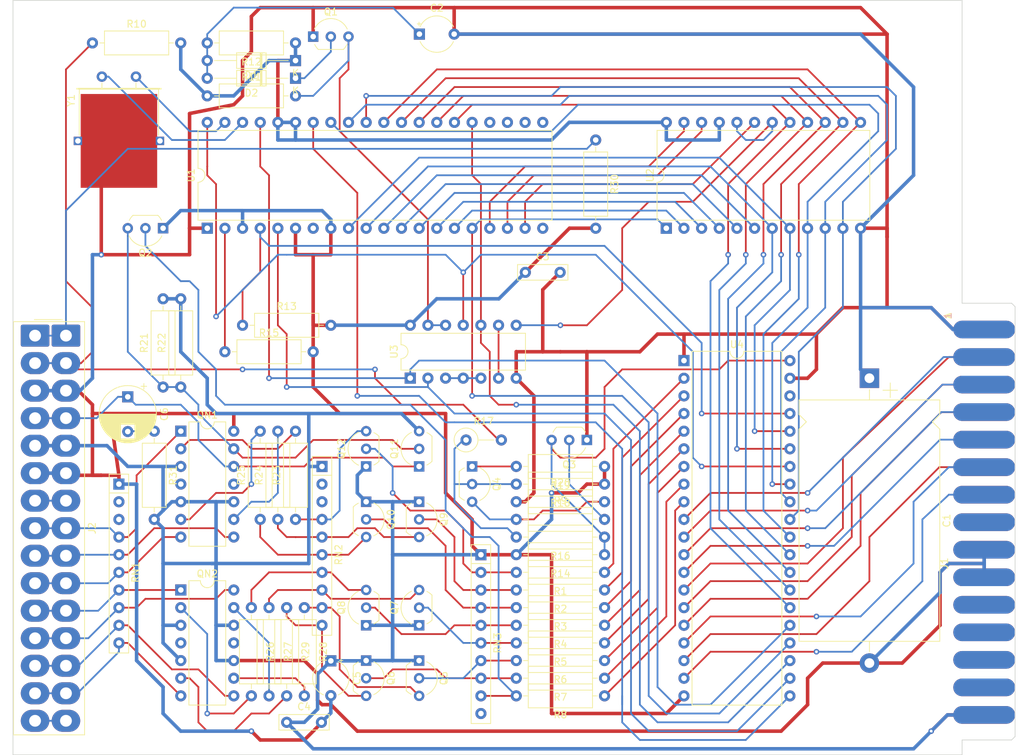
<source format=kicad_pcb>
(kicad_pcb (version 20240108) (generator "pcbnew") (generator_version "8.0")
  (layers (0 "F.Cu" signal) (31 "B.Cu" signal) (34 "B.Paste" user) (35 "F.Paste" user) (36 "B.SilkS" user "B.Silkscreen") (37 "F.SilkS" user "F.Silkscreen") (38 "B.Mask" user) (39 "F.Mask" user) (44 "Edge.Cuts" user))
  (net 0 "")
  (net 1 "GND")
  (net 2 "-24V")
  (net 3 "Net-(D1-A)")
  (net 4 "VCC")
  (net 5 "Net-(D2-K)")
  (net 6 "/PRD0")
  (net 8 "/PHOTOTRANSISTOR")
  (net 20 "Net-(J2-Pin_1)")
  (net 21 "Net-(J2-Pin_7)")
  (net 22 "Net-(J2-Pin_15)")
  (net 23 "Net-(Q1-C)")
  (net 24 "Net-(Q2-B)")
  (net 25 "Net-(Q11-B)")
  (net 26 "Net-(Q3-B)")
  (net 27 "Net-(Q3-C)")
  (net 28 "Net-(Q4-E)")
  (net 29 "Net-(Q4-B)")
  (net 30 "Net-(Q5-B)")
  (net 31 "/HEAD1")
  (net 32 "/HEAD2")
  (net 33 "Net-(Q5-C)")
  (net 34 "Net-(Q6-B)")
  (net 35 "Net-(Q6-C)")
  (net 36 "/HEAD3")
  (net 37 "/HEAD4")
  (net 38 "/HEAD6")
  (net 39 "Net-(Q7-B)")
  (net 40 "Net-(Q7-C)")
  (net 41 "Net-(Q8-B)")
  (net 42 "Net-(Q8-C)")
  (net 43 "/HEAD7")
  (net 44 "/HEAD5")
  (net 45 "Net-(Q9-B)")
  (net 46 "Net-(Q9-C)")
  (net 47 "Net-(Q10-B)")
  (net 48 "Net-(Q10-C)")
  (net 49 "Net-(Q12-B)")
  (net 50 "Net-(Q12-C)")
  (net 51 "Net-(QN1A-B)")
  (net 52 "Net-(QN1B-B)")
  (net 53 "/IRQ")
  (net 54 "Net-(QN1C-B)")
  (net 55 "Net-(QN2A-B)")
  (net 56 "Net-(QN2B-B)")
  (net 57 "Net-(QN2C-B)")
  (net 58 "Net-(QN2D-B)")
  (net 59 "Net-(U4-PA0)")
  (net 60 "Net-(U4-PA1)")
  (net 61 "Net-(U4-PA2)")
  (net 62 "Net-(U4-PA3)")
  (net 63 "/VMA")
  (net 64 "/A15")
  (net 65 "/D7")
  (net 66 "Net-(U4-PA4)")
  (net 67 "/D6")
  (net 68 "/D5")
  (net 69 "/A0")
  (net 70 "/D4")
  (net 71 "/A1")
  (net 72 "/D3")
  (net 73 "/A2")
  (net 74 "/D2")
  (net 75 "/A3")
  (net 76 "/D1")
  (net 77 "/A4")
  (net 78 "/D0")
  (net 79 "/A5")
  (net 80 "/R{slash}~{W}")
  (net 81 "/A6")
  (net 82 "/A7")
  (net 83 "/A8")
  (net 84 "/ENABLE")
  (net 85 "/A9")
  (net 86 "Net-(U4-PA5)")
  (net 87 "/A10")
  (net 88 "Net-(U4-PA6)")
  (net 89 "Net-(U4-PA7)")
  (net 90 "/~{RESET}")
  (net 91 "Net-(U3-Pad6)")
  (net 92 "Net-(U3-Pad3)")
  (net 93 "/PRD1")
  (net 94 "/PRD2")
  (net 95 "/PRD3")
  (net 96 "/PRD4")
  (net 97 "/PRD5")
  (net 98 "/PRD6")
  (net 99 "/PRD7")
  (net 100 "/PRINT")
  (net 101 "/PRCON")
  (net 102 "Net-(U1-~{HALT})")
  (net 114 "Net-(U1-XTAL)")
  (net 115 "Net-(U1-EXTAL)")
  (net 116 "Net-(C6-Pad2)")
  (net 117 "/MOTOR")
  (net 118 "Net-(U2-~{CE})")
  (footprint "Resistor_THT:R_Axial_DIN0309_L9.0mm_D3.2mm_P12.70mm_Horizontal" (layer "F.Cu") (at 100.965 46.77 180)
    (property "Reference" "R12")
    (property "Value" "47K")
  )
  (footprint "Package_DIP:DIP-14_W7.62mm" (layer "F.Cu") (at 84.465 125.51)
    (property "Reference" "QN2")
    (property "Value" "Q2T3725")
  )
  (footprint "Resistor_THT:R_Axial_DIN0309_L9.0mm_D3.2mm_P12.70mm_Horizontal" (layer "F.Cu") (at 88.265 54.39)
    (property "Reference" "R11")
    (property "Value" "27K")
  )
  (footprint "Resistor_THT:R_Axial_DIN0309_L9.0mm_D3.2mm_P12.70mm_Horizontal" (layer "F.Cu") (at 98.425 115.35 90)
    (property "Reference" "R24")
    (property "Value" "1k")
  )
  (footprint "Diode_THT:D_DO-35_SOD27_P12.70mm_Horizontal" (layer "F.Cu") (at 100.965 51.85 180)
    (property "Reference" "D2")
    (property "Value" "1N4148")
  )
  (footprint "Resistor_THT:R_Axial_DIN0309_L9.0mm_D3.2mm_P12.70mm_Horizontal" (layer "F.Cu") (at 145.415 122.97 180)
    (property "Reference" "R1")
    (property "Value" "10K")
  )
  (footprint "Package_TO_SOT_THT:TO-92_Inline_Wide" (layer "F.Cu") (at 118.745 107.73 90)
    (property "Reference" "Q11")
    (property "Value" "2N3906")
  )
  (footprint "Resistor_THT:R_Array_SIP10" (layer "F.Cu") (at 104.775 107.735 -90)
    (property "Reference" "RN2")
    (property "Value" "10K")
  )
  (footprint "Package_DIP:DIP-24_W15.24mm" (layer "F.Cu") (at 154.3 73.445 90)
    (property "Reference" "U2")
    (property "Value" "2758")
  )
  (footprint "Resistor_THT:R_Axial_DIN0309_L9.0mm_D3.2mm_P12.70mm_Horizontal" (layer "F.Cu") (at 84.455 96.3 90)
    (property "Reference" "R22")
    (property "Value" "5.6K")
  )
  (footprint "Package_TO_SOT_THT:TO-92_Inline_Wide" (layer "F.Cu") (at 118.745 130.59 90)
    (property "Reference" "Q7")
    (property "Value" "2N3906")
  )
  (footprint "Resistor_THT:R_Axial_DIN0309_L9.0mm_D3.2mm_P12.70mm_Horizontal" (layer "F.Cu") (at 95.885 115.35 90)
    (property "Reference" "R25")
    (property "Value" "1k")
  )
  (footprint "Resistor_THT:R_Axial_DIN0309_L9.0mm_D3.2mm_P12.70mm_Horizontal" (layer "F.Cu") (at 132.715 115.35)
    (property "Reference" "R9")
    (property "Value" "10K")
  )
  (footprint "Package_TO_SOT_THT:TO-92_Inline_Wide" (layer "F.Cu") (at 111.125 112.81 -90)
    (property "Reference" "Q10")
    (property "Value" "2N3906")
  )
  (footprint "Resistor_THT:R_Axial_DIN0309_L9.0mm_D3.2mm_P12.70mm_Horizontal" (layer "F.Cu") (at 99.695 128.05 -90)
    (property "Reference" "R29")
    (property "Value" "1k")
  )
  (footprint "Resistor_THT:R_Axial_DIN0309_L9.0mm_D3.2mm_P12.70mm_Horizontal" (layer "F.Cu") (at 93.345 87.41)
    (property "Reference" "R13")
    (property "Value" "3.9K")
  )
  (footprint "Package_TO_SOT_THT:TO-92_Inline_Wide" (layer "F.Cu") (at 111.125 130.59 90)
    (property "Reference" "Q8")
    (property "Value" "2N3906")
  )
  (footprint "Resistor_THT:R_Axial_DIN0309_L9.0mm_D3.2mm_P12.70mm_Horizontal" (layer "F.Cu") (at 144.145 60.74 -90)
    (property "Reference" "R30")
    (property "Value" "150")
  )
  (footprint "Resistor_THT:R_Axial_DIN0309_L9.0mm_D3.2mm_P12.70mm_Horizontal" (layer "F.Cu") (at 145.415 140.75 180)
    (property "Reference" "R8")
    (property "Value" "10K")
  )
  (footprint "Resistor_THT:R_Axial_DIN0309_L9.0mm_D3.2mm_P12.70mm_Horizontal" (layer "F.Cu") (at 81.915 96.3 90)
    (property "Reference" "R21")
    (property "Value" "5.6K")
  )
  (footprint "Resistor_THT:R_Axial_DIN0309_L9.0mm_D3.2mm_P12.70mm_Horizontal" (layer "F.Cu") (at 145.415 120.43 180)
    (property "Reference" "R14")
    (property "Value" "3.9K")
  )
  (footprint "Capacitor_THT:CP_Radial_D8.0mm_P5.00mm" (layer "F.Cu") (at 76.835 97.707349 -90)
    (property "Reference" "C6")
    (property "Value" "220uF")
  )
  (footprint "Resistor_THT:R_Axial_DIN0309_L9.0mm_D3.2mm_P12.70mm_Horizontal" (layer "F.Cu") (at 102.235 128.05 -90)
    (property "Reference" "R28")
    (property "Value" "1k")
  )
  (footprint "Package_TO_SOT_THT:TO-92_Inline_Wide" (layer "F.Cu") (at 111.125 135.67 -90)
    (property "Reference" "Q6")
    (property "Value" "2N3906")
  )
  (footprint "Resistor_THT:R_Axial_DIN0309_L9.0mm_D3.2mm_P12.70mm_Horizontal" (layer "F.Cu") (at 90.805 91.22)
    (property "Reference" "R15")
    (property "Value" "2.7K")
  )
  (footprint "Resistor_THT:R_Axial_DIN0309_L9.0mm_D3.2mm_P12.70mm_Horizontal" (layer "F.Cu") (at 145.415 117.89 180)
    (property "Reference" "R16")
    (property "Value" "180K")
  )
  (footprint "Resistor_THT:R_Axial_DIN0309_L9.0mm_D3.2mm_P12.70mm_Horizontal" (layer "F.Cu") (at 94.615 128.05 -90)
    (property "Reference" "R26")
    (property "Value" "1k")
  )
  (footprint "Package_TO_SOT_THT:TO-92_Inline_Wide" (layer "F.Cu") (at 81.915 73.44 180)
    (property "Reference" "Q2")
    (property "Value" "2N3906")
  )
  (footprint "Crystal:Crystal_HC18-U_Horizontal_1EP_style2" (layer "F.Cu") (at 73.115 51.62)
    (property "Reference" "Y1")
    (property "Value" "Crystal_GND3")
  )
  (footprint "Package_TO_SOT_THT:TO-92_Inline_Wide" (layer "F.Cu") (at 111.125 107.73 90)
    (property "Reference" "Q12")
    (property "Value" "2N3906")
  )
  (footprint "Package_DIP:DIP-40_W15.24mm" (layer "F.Cu") (at 88.27 73.445 90)
    (property "Reference" "U1")
    (property "Value" "MC6802")
  )
  (footprint "Resistor_THT:R_Axial_DIN0309_L9.0mm_D3.2mm_P12.70mm_Horizontal" (layer "F.Cu") (at 145.415 138.21 180)
    (property "Reference" "R7")
    (property "Value" "10K")
  )
  (footprint "Diode_THT:D_DO-35_SOD27_P12.70mm_Horizontal" (layer "F.Cu") (at 100.965 49.31 180)
    (property "Reference" "D1")
    (property "Value" "1N4148")
  )
  (footprint "ambassador:CARDEDGE_2x15_P3.96mm" (layer "F.Cu") (at 199.39 121.7 -90)
    (property "Reference" "J1")
    (property "Value" "GC-880" (hide yes))
    (fp_line (start -37.465 2.54) (end -37.465 -4.58) (stroke (width 0.1)) (layer "Edge.Cuts"))
    (fp_line (start 25.4 2.54) (end 25.4 -4.58) (stroke (width 0.1)) (layer "Edge.Cuts"))
    (fp_line (start -37.465 -4.58) (end -36.965 -5.08) (stroke (width 0.1)) (layer "Edge.Cuts"))
    (fp_line (start 25.4 -4.58) (end 24.9 -5.08) (stroke (width 0.1)) (layer "Edge.Cuts"))
    (fp_line (start -36.965 -5.08) (end 24.9 -5.08) (stroke (width 0.1)) (layer "Edge.Cuts"))
  )
  (footprint "Capacitor_THT:C_Rect_L7.0mm_W2.0mm_P5.00mm" (layer "F.Cu") (at 99.695 144.56)
    (property "Reference" "C4")
    (property "Value" "220NF")
  )
  (footprint "Resistor_THT:R_Axial_DIN0309_L9.0mm_D3.2mm_P12.70mm_Horizontal" (layer "F.Cu") (at 145.415 125.51 180)
    (property "Reference" "R2")
    (property "Value" "10K")
  )
  (footprint "Resistor_THT:R_Axial_DIN0309_L9.0mm_D3.2mm_P12.70mm_Horizontal" (layer "F.Cu") (at 80.645 102.65 -90)
    (property "Reference" "R31")
    (property "Value" "100")
  )
  (footprint "Package_DIP:DIP-14_W7.62mm" (layer "F.Cu") (at 117.47 95.02 90)
    (property "Reference" "U3")
    (property "Value" "7400")
  )
  (footprint "Package_TO_SOT_THT:TO-92_Inline_Wide" (layer "F.Cu") (at 118.745 112.81 -90)
    (property "Reference" "Q9")
    (property "Value" "2N3906")
  )
  (footprint "Capacitor_THT:CP_Axial_L34.5mm_D20.0mm_P41.00mm_Horizontal" (layer "F.Cu") (at 183.515 95.03 -90)
    (property "Reference" "C1")
    (property "Value" "220uF")
  )
  (footprint "Package_TO_SOT_THT:TO-92_Inline_Wide" (layer "F.Cu") (at 103.505 45.86)
    (property "Reference" "Q1")
    (property "Value" "2N3904")
  )
  (footprint "Capacitor_THT:C_Rect_L7.0mm_W2.0mm_P5.00mm" (layer "F.Cu") (at 134.025 79.79)
    (property "Reference" "C3")
    (property "Value" "220NF")
  )
  (footprint "Package_TO_SOT_THT:TO-92_Inline_Wide" (layer "F.Cu") (at 118.745 135.67 -90)
    (property "Reference" "Q5")
    (property "Value" "2N3906")
  )
  (footprint "Package_DIP:DIP-40_W15.24mm" (layer "F.Cu") (at 156.84 92.495)
    (property "Reference" "U4")
    (property "Value" "6821")
  )
  (footprint "Resistor_THT:R_Axial_DIN0309_L9.0mm_D3.2mm_P12.70mm_Horizontal" (layer "F.Cu") (at 145.415 130.59 180)
    (property "Reference" "R4")
    (property "Value" "10K")
  )
  (footprint "Capacitor_THT:CP_Radial_Tantal_D5.0mm_P5.00mm" (layer "F.Cu") (at 118.785 45.5)
    (property "Reference" "C2")
    (property "Value" "10UF")
  )
  (footprint "Package_TO_SOT_THT:TO-92_Inline_Wide" (layer "F.Cu") (at 142.875 103.92 180)
    (property "Reference" "Q3")
    (property "Value" "2N3904")
  )
  (footprint "ambassador:CardSocket_1x15_P3.96mm_Vertical" (layer "F.Cu") (at 65.405 88.9 -90)
    (property "Reference" "J2")
    (property "Value" "PRINTER")
  )
  (footprint "Resistor_THT:R_Axial_DIN0309_L9.0mm_D3.2mm_P12.70mm_Horizontal" (layer "F.Cu") (at 132.715 112.81)
    (property "Reference" "R20")
    (property "Value" "10K")
  )
  (footprint "Resistor_THT:R_Axial_DIN0309_L9.0mm_D3.2mm_P12.70mm_Horizontal" (layer "F.Cu") (at 145.415 128.05 180)
    (property "Reference" "R3")
    (property "Value" "10K")
  )
  (footprint "Resistor_THT:R_Axial_DIN0309_L9.0mm_D3.2mm_P12.70mm_Horizontal" (layer "F.Cu") (at 97.155 128.05 -90)
    (property "Reference" "R27")
    (property "Value" "1k")
  )
  (footprint "Resistor_THT:R_Axial_DIN0309_L9.0mm_D3.2mm_P12.70mm_Horizontal" (layer "F.Cu") (at 71.755 46.77)
    (property "Reference" "R10")
    (property "Value" "2.2K")
  )
  (footprint "Resistor_THT:R_Axial_DIN0309_L9.0mm_D3.2mm_P12.70mm_Horizontal" (layer "F.Cu") (at 100.965 115.35 90)
    (property "Reference" "R23")
    (property "Value" "1k")
  )
  (footprint "Package_DIP:DIP-14_W7.62mm" (layer "F.Cu") (at 84.465 102.65)
    (property "Reference" "QN1")
    (property "Value" "Q2T3725")
  )
  (footprint "Resistor_THT:R_Axial_DIN0309_L9.0mm_D3.2mm_P12.70mm_Horizontal" (layer "F.Cu") (at 145.415 135.67 180)
    (property "Reference" "R6")
    (property "Value" "10K")
  )
  (footprint "Package_TO_SOT_THT:TO-92_Inline_Wide" (layer "F.Cu") (at 126.365 107.73 -90)
    (property "Reference" "Q4")
    (property "Value" "2N3906")
  )
  (footprint "Resistor_THT:R_Axial_DIN0309_L9.0mm_D3.2mm_P12.70mm_Horizontal" (layer "F.Cu") (at 145.415 133.13 180)
    (property "Reference" "R5")
    (property "Value" "10K")
  )
  (footprint "Resistor_THT:R_Array_SIP10" (layer "F.Cu") (at 127.635 120.435 -90)
    (property "Reference" "RN3")
    (property "Value" "2.7K")
  )
  (footprint "Resistor_THT:R_Axial_DIN0309_L9.0mm_D3.2mm_P5.08mm_Vertical" (layer "F.Cu") (at 125.495 103.92)
    (property "Reference" "R17")
    (property "Value" "2.7K")
  )
  (footprint "Resistor_THT:R_Axial_DIN0309_L9.0mm_D3.2mm_P12.70mm_Horizontal" (layer "F.Cu") (at 145.415 110.27 180)
    (property "Reference" "R18")
    (property "Value" "220K")
  )
  (footprint "Resistor_THT:R_Axial_DIN0309_L9.0mm_D3.2mm_P12.70mm_Horizontal" (layer "F.Cu") (at 145.415 107.73 180)
    (property "Reference" "R19")
    (property "Value" "1K")
  )
  (footprint "Resistor_THT:R_Array_SIP10" (layer "F.Cu") (at 75.565 110.275 -90)
    (property "Reference" "RN1")
    (property "Value" "10K")
  )
  (footprint "Capacitor_THT:CP_Radial_Tantal_D5.0mm_P5.00mm" (layer "F.Cu") (at 106.045 135.71 -90)
    (property "Reference" "C5")
    (property "Value" "16uF")
  )
  (gr_line (start 196.85 84.235) (end 196.85 40.64) (stroke (width 0.1)) (layer "Edge.Cuts"))
  (gr_line (start 196.85 40.64) (end 60.325 40.64) (stroke (width 0.1)) (layer "Edge.Cuts"))
  (gr_line (start 60.325 40.64) (end 60.325 149.225) (stroke (width 0.1)) (layer "Edge.Cuts"))
  (gr_line (start 60.325 149.225) (end 196.85 149.225) (stroke (width 0.1)) (layer "Edge.Cuts"))
  (gr_line (start 196.85 149.225) (end 196.85 147.1) (stroke (width 0.1)) (layer "Edge.Cuts"))
  (segment (start 92.085 102.65) (end 92.085 100.12) (width 0.508) (layer "F.Cu") (net 1))
  (segment (start 132.71 91.225) (end 132.71 95.02) (width 0.508) (layer "F.Cu") (net 1))
  (segment (start 142.875 103.92) (end 142.875 91.22) (width 0.508) (layer "F.Cu") (net 1))
  (segment (start 186.055 73.44) (end 186.055 74.71) (width 0.508) (layer "F.Cu") (net 1))
  (segment (start 103.505 41.69) (end 95.885 41.69) (width 0.508) (layer "F.Cu") (net 1))
  (segment (start 75.565 109) (end 75.565 110.275) (width 0.508) (layer "F.Cu") (net 1))
  (segment (start 192.405 84.87) (end 179.705 84.87) (width 0.508) (layer "F.Cu") (net 1))
  (segment (start 175.895 93.76) (end 175.895 88.68) (width 0.508) (layer "F.Cu") (net 1))
  (segment (start 135.255 97.565) (end 132.71 95.02) (width 0.508) (layer "F.Cu") (net 1))
  (segment (start 136.525 82.29) (end 139.025 79.79) (width 0.508) (layer "F.Cu") (net 1))
  (segment (start 103.505 41.69) (end 123.825 41.69) (width 0.508) (layer "F.Cu") (net 1))
  (segment (start 136.525 91.22) (end 132.715 91.22) (width 0.508) (layer "F.Cu") (net 1))
  (segment (start 71.755 98.84) (end 71.755 100.11) (width 0.508) (layer "F.Cu") (net 1))
  (segment (start 71.755 100.11) (end 71.755 109) (width 0.508) (layer "F.Cu") (net 1))
  (segment (start 156.845 88.68) (end 153.035 88.68) (width 0.508) (layer "F.Cu") (net 1))
  (segment (start 68.245 109) (end 73.025 109) (width 0.508) (layer "F.Cu") (net 1))
  (segment (start 104.695 144.64) (end 102.235 147.1) (width 0.508) (layer "F.Cu") (net 1))
  (segment (start 71.755 109) (end 73.025 109) (width 0.508) (layer "F.Cu") (net 1))
  (segment (start 94.615 48.04) (end 93.345 49.31) (width 0.508) (layer "F.Cu") (net 1))
  (segment (start 186.055 45.5) (end 186.055 74.71) (width 0.508) (layer "F.Cu") (net 1))
  (segment (start 92.075 100.11) (end 75.565 100.11) (width 0.508) (layer "F.Cu") (net 1))
  (segment (start 133.985 112.81) (end 135.255 111.54) (width 0.508) (layer "F.Cu") (net 1))
  (segment (start 88.265 73.44) (end 85.725 73.44) (width 0.508) (layer "F.Cu") (net 1))
  (segment (start 74.295 100.11) (end 75.565 109) (width 0.508) (layer "F.Cu") (net 1))
  (segment (start 174.62 95.035) (end 175.895 93.76) (width 0.508) (layer "F.Cu") (net 1))
  (segment (start 123.825 41.69) (end 182.245 41.69) (width 0.508) (layer "F.Cu") (net 1))
  (segment (start 200.025 88.0196) (end 195.5546 88.0196) (width 0.508) (layer "F.Cu") (net 1))
  (segment (start 153.035 88.68) (end 150.495 91.22) (width 0.508) (layer "F.Cu") (net 1))
  (segment (start 132.715 91.22) (end 132.71 91.225) (width 0.508) (layer "F.Cu") (net 1))
  (segment (start 182.245 41.69) (end 186.055 45.5) (width 0.508) (layer "F.Cu") (net 1))
  (segment (start 123.785 41.73) (end 123.825 41.69) (width 0.508) (layer "F.Cu") (net 1))
  (segment (start 123.785 45.5) (end 123.785 41.73) (width 0.508) (layer "F.Cu") (net 1))
  (segment (start 103.505 45.86) (end 103.505 41.69) (width 0.508) (layer "F.Cu") (net 1))
  (segment (start 150.495 91.22) (end 142.875 91.22) (width 0.508) (layer "F.Cu") (net 1))
  (segment (start 94.615 42.96) (end 94.615 48.04) (width 0.508) (layer "F.Cu") (net 1))
  (segment (start 104.695 144.56) (end 104.695 144.64) (width 0.508) (layer "F.Cu") (net 1))
  (segment (start 132.715 112.81) (end 133.985 112.81) (width 0.508) (layer "F.Cu") (net 1))
  (segment (start 142.875 91.22) (end 139.065 91.22) (width 0.508) (layer "F.Cu") (net 1))
  (segment (start 73.025 109) (end 75.565 109) (width 0.508) (layer "F.Cu") (net 1))
  (segment (start 88.27 73.445) (end 88.265 73.44) (width 0.508) (layer "F.Cu") (net 1))
  (segment (start 95.885 147.1) (end 94.615 145.83) (width 0.508) (layer "F.Cu") (net 1))
  (segment (start 92.085 100.12) (end 92.075 100.11) (width 0.508) (layer "F.Cu") (net 1))
  (segment (start 102.235 147.1) (end 95.885 147.1) (width 0.508) (layer "F.Cu") (net 1))
  (segment (start 195.5546 88.0196) (end 192.405 84.87) (width 0.508) (layer "F.Cu") (net 1))
  (segment (start 186.055 74.71) (end 186.055 84.87) (width 0.508) (layer "F.Cu") (net 1))
  (segment (start 73.025 63.41) (end 75.565 60.87) (width 0.508) (layer "F.Cu") (net 1))
  (segment (start 73.025 77.25) (end 73.025 63.41) (width 0.508) (layer "F.Cu") (net 1))
  (segment (start 182.245 73.44) (end 186.055 73.44) (width 0.508) (layer "F.Cu") (net 1))
  (segment (start 67.945 108.7) (end 68.245 109) (width 0.508) (layer "F.Cu") (net 1))
  (segment (start 172.08 95.035) (end 174.62 95.035) (width 0.508) (layer "F.Cu") (net 1))
  (segment (start 92.075 55.66) (end 85.725 56.93) (width 0.508) (layer "F.Cu") (net 1))
  (segment (start 156.84 92.495) (end 156.845 92.49) (width 0.508) (layer "F.Cu") (net 1))
  (segment (start 85.725 73.44) (end 85.725 77.25) (width 0.508) (layer "F.Cu") (net 1))
  (segment (start 156.845 92.49) (end 156.845 88.68) (width 0.508) (layer "F.Cu") (net 1))
  (segment (start 175.895 88.68) (end 156.845 88.68) (width 0.508) (layer "F.Cu") (net 1))
  (segment (start 93.345 49.31) (end 93.345 54.39) (width 0.508) (layer "F.Cu") (net 1))
  (segment (start 67.945 96.82) (end 69.735 96.82) (width 0.508) (layer "F.Cu") (net 1))
  (segment (start 123.785 45.5) (end 186.055 45.5) (width 0.508) (layer "F.Cu") (net 1))
  (segment (start 95.885 41.69) (end 94.615 42.96) (width 0.508) (layer "F.Cu") (net 1))
  (segment (start 93.345 54.39) (end 92.075 55.66) (width 0.508) (layer "F.Cu") (net 1))
  (segment (start 139.065 91.22) (end 136.525 91.22) (width 0.508) (layer "F.Cu") (net 1))
  (segment (start 75.565 100.11) (end 71.755 100.11) (width 0.508) (layer "F.Cu") (net 1))
  (segment (start 135.255 111.54) (end 135.255 97.565) (width 0.508) (layer "F.Cu") (net 1))
  (segment (start 179.705 84.87) (end 175.895 88.68) (width 0.508) (layer "F.Cu") (net 1))
  (segment (start 85.725 56.93) (end 85.725 73.44) (width 0.508) (layer "F.Cu") (net 1))
  (segment (start 182.24 73.445) (end 182.245 73.44) (width 0.508) (layer "F.Cu") (net 1))
  (segment (start 85.725 77.25) (end 73.025 77.25) (width 0.508) (layer "F.Cu") (net 1))
  (segment (start 69.735 96.82) (end 71.755 98.84) (width 0.508) (layer "F.Cu") (net 1))
  (segment (start 136.525 91.22) (end 136.525 82.29) (width 0.508) (layer "F.Cu") (net 1))
  (via (at 73.025 77.25) (size 0.8) (drill 0.4) (layers "F.Cu" "B.Cu") (net 1))
  (via (at 94.615 145.83) (size 0.8) (drill 0.4) (layers "F.Cu" "B.Cu") (net 1))
  (segment (start 182.24 73.445) (end 189.865 65.82) (width 0.508) (layer "B.Cu") (net 1))
  (segment (start 84.455 145.83) (end 94.615 145.83) (width 0.508) (layer "B.Cu") (net 1))
  (segment (start 67.945 96.82) (end 63.5 96.82) (width 0.508) (layer "B.Cu") (net 1))
  (segment (start 182.245 73.45) (end 182.245 84.87) (width 0.508) (layer "B.Cu") (net 1))
  (segment (start 69.965 96.82) (end 70.485 96.3) (width 0.508) (layer "B.Cu") (net 1))
  (segment (start 81.915 143.29) (end 84.455 145.83) (width 0.508) (layer "B.Cu") (net 1))
  (segment (start 182.24 73.445) (end 182.245 73.45) (width 0.508) (layer "B.Cu") (net 1))
  (segment (start 67.945 96.82) (end 69.965 96.82) (width 0.508) (layer "B.Cu") (net 1))
  (segment (start 189.865 65.82) (end 189.865 53.12) (width 0.508) (layer "B.Cu") (net 1))
  (segment (start 106.045 143.21) (end 104.695 144.56) (width 0.508) (layer "B.Cu") (net 1))
  (segment (start 182.245 93.76) (end 183.515 95.03) (width 0.508) (layer "B.Cu") (net 1))
  (segment (start 195.5546 88.0196) (end 192.405 84.87) (width 0.508) (layer "B.Cu") (net 1))
  (segment (start 200.025 88.0196) (end 195.5546 88.0196) (width 0.508) (layer "B.Cu") (net 1))
  (segment (start 192.405 84.87) (end 182.245 84.87) (width 0.508) (layer "B.Cu") (net 1))
  (segment (start 182.245 45.5) (end 123.785 45.5) (width 0.508) (layer "B.Cu") (net 1))
  (segment (start 71.755 77.25) (end 73.025 77.25) (width 0.508) (layer "B.Cu") (net 1))
  (segment (start 78.105 110.27) (end 78.105 135.67) (width 0.508) (layer "B.Cu") (net 1))
  (segment (start 106.045 140.71) (end 106.045 143.21) (width 0.508) (layer "B.Cu") (net 1))
  (segment (start 71.755 95.03) (end 71.755 77.25) (width 0.508) (layer "B.Cu") (net 1))
  (segment (start 78.1 110.275) (end 78.105 110.27) (width 0.508) (layer "B.Cu") (net 1))
  (segment (start 189.865 53.12) (end 182.245 45.5) (width 0.508) (layer "B.Cu") (net 1))
  (segment (start 70.485 96.3) (end 71.755 95.03) (width 0.508) (layer "B.Cu") (net 1))
  (segment (start 63.5 108.7) (end 67.945 108.7) (width 0.508) (layer "B.Cu") (net 1))
  (segment (start 75.565 110.275) (end 78.1 110.275) (width 0.508) (layer "B.Cu") (net 1))
  (segment (start 78.105 135.67) (end 81.915 139.48) (width 0.508) (layer "B.Cu") (net 1))
  (segment (start 81.915 139.48) (end 81.915 143.29) (width 0.508) (layer "B.Cu") (net 1))
  (segment (start 182.245 84.87) (end 182.245 93.76) (width 0.508) (layer "B.Cu") (net 1))
  (segment (start 200.025 123.6812) (end 200.025 121.7) (width 0.508) (layer "F.Cu") (net 2))
  (segment (start 200.025 121.7) (end 200.025 119.7188) (width 0.508) (layer "F.Cu") (net 2))
  (segment (start 174.625 138.21) (end 174.625 142.02) (width 0.508) (layer "F.Cu") (net 2))
  (segment (start 92.085 135.67) (end 102.235 135.67) (width 0.508) (layer "F.Cu") (net 2))
  (segment (start 176.805 136.03) (end 174.625 138.21) (width 0.508) (layer "F.Cu") (net 2))
  (segment (start 170.815 145.83) (end 109.855 145.83) (width 0.508) (layer "F.Cu") (net 2))
  (segment (start 193.675 122.97) (end 194.945 121.7) (width 0.508) (layer "F.Cu") (net 2))
  (segment (start 102.235 135.67) (end 104.14 137.575) (width 0.508) (layer "F.Cu") (net 2))
  (segment (start 109.855 145.83) (end 106.045 142.02) (width 0.508) (layer "F.Cu") (net 2))
  (segment (start 183.515 136.03) (end 188.235 136.03) (width 0.508) (layer "F.Cu") (net 2))
  (segment (start 104.14 141.385) (end 104.775 142.02) (width 0.508) (layer "F.Cu") (net 2))
  (segment (start 183.515 136.03) (end 176.805 136.03) (width 0.508) (layer "F.Cu") (net 2))
  (segment (start 174.625 142.02) (end 170.815 145.83) (width 0.508) (layer "F.Cu") (net 2))
  (segment (start 188.235 136.03) (end 193.675 130.59) (width 0.508) (layer "F.Cu") (net 2))
  (segment (start 104.14 137.575) (end 104.14 141.385) (width 0.508) (layer "F.Cu") (net 2))
  (segment (start 106.045 142.02) (end 104.775 142.02) (width 0.508) (layer "F.Cu") (net 2))
  (segment (start 194.945 121.7) (end 200.025 121.7) (width 0.508) (layer "F.Cu") (net 2))
  (segment (start 193.675 130.59) (end 193.675 122.97) (width 0.508) (layer "F.Cu") (net 2))
  (segment (start 200.025 119.7188) (end 200.025 121.7) (width 0.508) (layer "B.Cu") (net 2))
  (segment (start 183.515 136.03) (end 193.675 125.87) (width 0.508) (layer "B.Cu") (net 2))
  (segment (start 102.875 107.735) (end 102.875 121.695) (width 0.508) (layer "B.Cu") (net 2))
  (segment (start 84.465 112.81) (end 83.185 112.81) (width 0.508) (layer "B.Cu") (net 2))
  (segment (start 73.845 104.74) (end 67.945 104.74) (width 0.508) (layer "B.Cu") (net 2))
  (segment (start 81.915 114.08) (end 80.645 115.35) (width 0.508) (layer "B.Cu") (net 2))
  (segment (start 89.535 130.59) (end 92.085 130.59) (width 0.508) (layer "B.Cu") (net 2))
  (segment (start 88.9 121.7) (end 81.915 121.7) (width 0.508) (layer "B.Cu") (net 2))
  (segment (start 92.085 135.67) (end 89.535 135.67) (width 0.508) (layer "B.Cu") (net 2))
  (segment (start 83.185 112.81) (end 81.915 114.08) (width 0.508) (layer "B.Cu") (net 2))
  (segment (start 116.205 100.11) (end 118.745 102.65) (width 0.508) (layer "B.Cu") (net 2))
  (segment (start 81.915 107.73) (end 81.915 114.08) (width 0.508) (layer "B.Cu") (net 2))
  (segment (start 193.675 122.97) (end 194.945 121.7) (width 0.508) (layer "B.Cu") (net 2))
  (segment (start 81.915 133.13) (end 81.915 130.59) (width 0.508) (layer "B.Cu") (net 2))
  (segment (start 84.465 107.73) (end 81.915 107.73) (width 0.508) (layer "B.Cu") (net 2))
  (segment (start 89.535 112.81) (end 84.465 112.81) (width 0.508) (layer "B.Cu") (net 2))
  (segment (start 200.025 121.7) (end 200.025 123.6812) (width 0.508) (layer "B.Cu") (net 2))
  (segment (start 89.535 100.11) (end 102.87 100.11) (width 0.508) (layer "B.Cu") (net 2))
  (segment (start 81.915 121.7) (end 81.915 116.62) (width 0.508) (layer "B.Cu") (net 2))
  (segment (start 194.945 121.7) (end 200.025 121.7) (width 0.508) (layer "B.Cu") (net 2))
  (segment (start 84.465 130.59) (end 81.915 130.59) (width 0.508) (layer "B.Cu") (net 2))
  (segment (start 89.535 112.81) (end 89.535 122.97) (width 0.508) (layer "B.Cu") (net 2))
  (segment (start 102.87 121.7) (end 88.9 121.7) (width 0.508) (layer "B.Cu") (net 2))
  (segment (start 102.87 107.73) (end 102.875 107.735) (width 0.508) (layer "B.Cu") (net 2))
  (segment (start 89.535 130.59) (end 89.535 122.97) (width 0.508) (layer "B.Cu") (net 2))
  (segment (start 67.945 104.74) (end 63.5 104.74) (width 0.508) (layer "B.Cu") (net 2))
  (segment (start 84.465 135.67) (end 84.455 135.67) (width 0.508) (layer "B.Cu") (net 2))
  (segment (start 102.875 121.695) (end 102.87 121.7) (width 0.508) (layer "B.Cu") (net 2))
  (segment (start 102.87 100.11) (end 116.205 100.11) (width 0.508) (layer "B.Cu") (net 2))
  (segment (start 81.915 116.62) (end 80.645 115.35) (width 0.508) (layer "B.Cu") (net 2))
  (segment (start 81.915 130.59) (end 81.915 121.7) (width 0.508) (layer "B.Cu") (net 2))
  (segment (start 92.085 112.81) (end 89.535 112.81) (width 0.508) (layer "B.Cu") (net 2))
  (segment (start 84.455 83.6) (end 81.915 83.6) (width 0.508) (layer "B.Cu") (net 2))
  (segment (start 193.675 125.87) (end 193.675 122.97) (width 0.508) (layer "B.Cu") (net 2))
  (segment (start 89.535 135.67) (end 89.535 130.59) (width 0.508) (layer "B.Cu") (net 2))
  (segment (start 88.265 98.84) (end 89.535 100.11) (width 0.508) (layer "B.Cu") (net 2))
  (segment (start 102.87 100.11) (end 102.87 107.73) (width 0.508) (layer "B.Cu") (net 2))
  (segment (start 76.835 107.73) (end 73.845 104.74) (width 0.508) (layer "B.Cu") (net 2))
  (segment (start 81.915 107.73) (end 76.835 107.73) (width 0.508) (layer "B.Cu") (net 2))
  (segment (start 84.455 91.22) (end 88.265 95.03) (width 0.508) (layer "B.Cu") (net 2))
  (segment (start 88.265 95.03) (end 88.265 98.84) (width 0.508) (layer "B.Cu") (net 2))
  (segment (start 89.535 121.7) (end 88.9 121.7) (width 0.508) (layer "B.Cu") (net 2))
  (segment (start 102.875 107.735) (end 104.775 107.735) (width 0.508) (layer "B.Cu") (net 2))
  (segment (start 84.455 83.6) (end 84.455 91.22) (width 0.508) (layer "B.Cu") (net 2))
  (segment (start 89.535 122.97) (end 89.535 121.7) (width 0.508) (layer "B.Cu") (net 2))
  (segment (start 84.455 135.67) (end 81.915 133.13) (width 0.508) (layer "B.Cu") (net 2))
  (segment (start 88.265 51.85) (end 88.265 46.77) (width 0.25) (layer "B.Cu") (net 3))
  (segment (start 92.075 41.69) (end 88.265 45.5) (width 0.25) (layer "B.Cu") (net 3))
  (segment (start 118.785 45.5) (end 114.975 41.69) (width 0.25) (layer "B.Cu") (net 3))
  (segment (start 88.265 45.5) (end 88.265 46.77) (width 0.25) (layer "B.Cu") (net 3))
  (segment (start 114.975 41.69) (end 92.075 41.69) (width 0.25) (layer "B.Cu") (net 3))
  (segment (start 103.505 87.41) (end 103.505 86.14) (width 0.508) (layer "F.Cu") (net 4))
  (segment (start 145.415 110.27) (end 145.415 107.73) (width 0.508) (layer "F.Cu") (net 4))
  (segment (start 100.965 49.31) (end 98.425 49.31) (width 0.508) (layer "F.Cu") (net 4))
  (segment (start 103.505 91.22) (end 103.505 86.14) (width 0.508) (layer "F.Cu") (net 4))
  (segment (start 100.965 77.25) (end 100.965 73.45) (width 0.508) (layer "F.Cu") (net 4))
  (segment (start 107.315 100.11) (end 103.505 96.3) (width 0.508) (layer "F.Cu") (net 4))
  (segment (start 100.965 73.45) (end 100.97 73.445) (width 0.508) (layer "F.Cu") (net 4))
  (segment (start 98.425 49.31) (end 98.425 58.2) (width 0.508) (layer "F.Cu") (net 4))
  (segment (start 122.555 100.11) (end 107.315 100.11) (width 0.508) (layer "F.Cu") (net 4))
  (segment (start 127.635 120.435) (end 126.365 119.165) (width 0.508) (layer "F.Cu") (net 4))
  (segment (start 145.415 110.27) (end 142.875 110.27) (width 0.508) (layer "F.Cu") (net 4))
  (segment (start 103.505 96.3) (end 103.505 91.22) (width 0.508) (layer "F.Cu") (net 4))
  (segment (start 126.365 115.35) (end 122.555 111.54) (width 0.508) (layer "F.Cu") (net 4))
  (segment (start 142.875 110.27) (end 141.605 111.54) (width 0.508) (layer "F.Cu") (net 4))
  (segment (start 127.635 120.435) (end 132.71 120.435) (width 0.508) (layer "F.Cu") (net 4))
  (segment (start 106.045 77.25) (end 103.505 77.25) (width 0.508) (layer "F.Cu") (net 4))
  (segment (start 137.795 120.43) (end 137.795 143.29) (width 0.508) (layer "F.Cu") (net 4))
  (segment (start 137.795 143.29) (end 154.305 143.29) (width 0.508) (layer "F.Cu") (net 4))
  (segment (start 132.71 120.435) (end 132.715 120.43) (width 0.508) (layer "F.Cu") (net 4))
  (segment (start 132.715 120.43) (end 137.795 120.43) (width 0.508) (layer "F.Cu") (net 4))
  (segment (start 141.605 111.54) (end 137.795 111.54) (width 0.508) (layer "F.Cu") (net 4))
  (segment (start 103.505 77.25) (end 100.965 77.25) (width 0.508) (layer "F.Cu") (net 4))
  (segment (start 106.045 87.41) (end 103.505 87.41) (width 0.508) (layer "F.Cu") (net 4))
  (segment (start 140.375 73.44) (end 134.025 79.79) (width 0.508) (layer "F.Cu") (net 4))
  (segment (start 98.425 58.2) (end 98.43 58.205) (width 0.508) (layer "F.Cu") (net 4))
  (segment (start 103.505 86.14) (end 103.505 77.25) (width 0.508) (layer "F.Cu") (net 4))
  (segment (start 106.05 73.445) (end 106.045 73.45) (width 0.508) (layer "F.Cu") (net 4))
  (segment (start 200.025 143.4932) (end 194.7418 143.4932) (width 0.508) (layer "F.Cu") (net 4))
  (segment (start 122.555 111.54) (end 122.555 100.11) (width 0.508) (layer "F.Cu") (net 4))
  (segment (start 144.145 73.44) (end 140.375 73.44) (width 0.508) (layer "F.Cu") (net 4))
  (segment (start 126.365 119.165) (end 126.365 115.35) (width 0.508) (layer "F.Cu") (net 4))
  (segment (start 194.7418 143.4932) (end 192.405 145.83) (width 0.508) (layer "F.Cu") (net 4))
  (segment (start 106.045 73.45) (end 106.045 77.25) (width 0.508) (layer "F.Cu") (net 4))
  (segment (start 154.305 143.29) (end 156.84 140.755) (width 0.508) (layer "F.Cu") (net 4))
  (via (at 137.795 111.54) (size 0.8) (drill 0.4) (layers "F.Cu" "B.Cu") (net 4))
  (via (at 192.405 145.83) (size 0.8) (drill 0.4) (layers "F.Cu" "B.Cu") (net 4))
  (segment (start 121.27 83.6) (end 117.47 87.4) (width 0.508) (layer "B.Cu") (net 4))
  (segment (start 140.335 58.2) (end 137.795 60.74) (width 0.508) (layer "B.Cu") (net 4))
  (segment (start 98.425 58.21) (end 98.425 60.74) (width 0.508) (layer "B.Cu") (net 4))
  (segment (start 114.935 135.67) (end 114.935 120.43) (width 0.508) (layer "B.Cu") (net 4))
  (segment (start 84.455 50.58) (end 88.265 54.39) (width 0.508) (layer "B.Cu") (net 4))
  (segment (start 118.745 135.67) (end 114.935 135.67) (width 0.508) (layer "B.Cu") (net 4))
  (segment (start 100.965 49.31) (end 97.155 49.31) (width 0.508) (layer "B.Cu") (net 4))
  (segment (start 104.775 70.9) (end 106.05 72.175) (width 0.508) (layer "B.Cu") (net 4))
  (segment (start 134.025 79.79) (end 130.215 83.6) (width 0.508) (layer "B.Cu") (net 4))
  (segment (start 161.925 58.21) (end 161.92 58.205) (width 0.508) (layer "B.Cu") (net 4))
  (segment (start 106.05 72.175) (end 106.05 73.445) (width 0.508) (layer "B.Cu") (net 4))
  (segment (start 98.43 58.205) (end 100.97 58.205) (width 0.508) (layer "B.Cu") (net 4))
  (segment (start 137.795 60.74) (end 100.965 60.74) (width 0.508) (layer "B.Cu") (net 4))
  (segment (start 117.47 87.4) (end 106.055 87.4) (width 0.508) (layer "B.Cu") (net 4))
  (segment (start 103.505 148.37) (end 99.695 144.56) (width 0.508) (layer "B.Cu") (net 4))
  (segment (start 106.055 87.4) (end 106.045 87.41) (width 0.508) (layer "B.Cu") (net 4))
  (segment (start 114.935 112.81) (end 118.745 112.81) (width 0.508) (layer "B.Cu") (net 4))
  (segment (start 154.295 58.2) (end 140.335 58.2) (width 0.508) (layer "B.Cu") (net 4))
  (segment (start 99.695 144.56) (end 102.235 144.56) (width 0.508) (layer "B.Cu") (net 4))
  (segment (start 100.965 60.74) (end 100.965 58.21) (width 0.508) (layer "B.Cu") (net 4))
  (segment (start 111.125 107.73) (end 109.855 109) (width 0.508) (layer "B.Cu") (net 4))
  (segment (start 189.865 148.37) (end 103.505 148.37) (width 0.508) (layer "B.Cu") (net 4))
  (segment (start 106.045 135.71) (end 111.085 135.71) (width 0.508) (layer "B.Cu") (net 4))
  (segment (start 84.455 70.9) (end 93.345 70.9) (width 0.508) (layer "B.Cu") (net 4))
  (segment (start 92.075 54.39) (end 88.265 54.39) (width 0.508) (layer "B.Cu") (net 4))
  (segment (start 100.965 46.77) (end 100.965 49.31) (width 0.508) (layer "B.Cu") (net 4))
  (segment (start 111.125 135.67) (end 114.935 135.67) (width 0.508) (layer "B.Cu") (net 4))
  (segment (start 109.855 111.54) (end 111.125 112.81) (width 0.508) (layer "B.Cu") (net 4))
  (segment (start 137.795 115.35) (end 137.795 111.54) (width 0.508) (layer "B.Cu") (net 4))
  (segment (start 132.715 120.43) (end 137.795 115.35) (width 0.508) (layer "B.Cu") (net 4))
  (segment (start 102.235 144.56) (end 104.14 142.655) (width 0.508) (layer "B.Cu") (net 4))
  (segment (start 200.025 143.4932) (end 194.7418 143.4932) (width 0.508) (layer "B.Cu") (net 4))
  (segment (start 104.14 137.615) (end 106.045 135.71) (width 0.508) (layer "B.Cu") (net 4))
  (segment (start 93.345 70.9) (end 93.35 70.905) (width 0.508) (layer "B.Cu") (net 4))
  (segment (start 100.965 58.21) (end 100.97 58.205) (width 0.508) (layer "B.Cu") (net 4))
  (segment (start 114.935 135.67) (end 114.935 130.59) (width 0.508) (layer "B.Cu") (net 4))
  (segment (start 154.3 58.205) (end 154.305 58.21) (width 0.508) (layer "B.Cu") (net 4))
  (segment (start 192.405 145.83) (end 189.865 148.37) (width 0.508) (layer "B.Cu") (net 4))
  (segment (start 114.935 130.59) (end 118.745 130.59) (width 0.508) (layer "B.Cu") (net 4))
  (segment (start 194.7418 143.4932) (end 192.405 145.83) (width 0.508) (layer "B.Cu") (net 4))
  (segment (start 104.77 70.905) (end 104.775 70.9) (width 0.508) (layer "B.Cu") (net 4))
  (segment (start 111.085 135.71) (end 111.125 135.67) (width 0.508) (layer "B.Cu") (net 4))
  (segment (start 93.35 70.905) (end 93.35 73.445) (width 0.508) (layer "B.Cu") (net 4))
  (segment (start 97.155 49.31) (end 92.075 54.39) (width 0.508) (layer "B.Cu") (net 4))
  (segment (start 127.635 120.435) (end 114.94 120.435) (width 0.508) (layer "B.Cu") (net 4))
  (segment (start 154.305 58.21) (end 154.305 60.74) (width 0.508) (layer "B.Cu") (net 4))
  (segment (start 130.215 83.6) (end 121.27 83.6) (width 0.508) (layer "B.Cu") (net 4))
  (segment (start 114.94 120.435) (end 114.935 120.43) (width 0.508) (layer "B.Cu") (net 4))
  (segment (start 104.14 142.655) (end 104.14 137.615) (width 0.508) (layer "B.Cu") (net 4))
  (segment (start 98.43 58.205) (end 98.425 58.21) (width 0.508) (layer "B.Cu") (net 4))
  (segment (start 154.305 60.74) (end 161.925 60.74) (width 0.508) (layer "B.Cu") (net 4))
  (segment (start 114.935 120.43) (end 114.935 112.81) (width 0.508) (layer "B.Cu") (net 4))
  (segment (start 161.925 60.74) (end 161.925 58.21) (width 0.508) (layer "B.Cu") (net 4))
  (segment (start 111.125 130.59) (end 114.935 130.59) (width 0.508) (layer "B.Cu") (net 4))
  (segment (start 93.35 70.905) (end 104.77 70.905) (width 0.508) (layer "B.Cu") (net 4))
  (segment (start 154.3 58.205) (end 154.295 58.2) (width 0.508) (layer "B.Cu") (net 4))
  (segment (start 84.455 46.77) (end 84.455 50.58) (width 0.508) (layer "B.Cu") (net 4))
  (segment (start 81.915 73.44) (end 84.455 70.9) (width 0.508) (layer "B.Cu") (net 4))
  (segment (start 114.935 112.81) (end 111.125 112.81) (width 0.508) (layer "B.Cu") (net 4))
  (segment (start 109.855 109) (end 109.855 111.54) (width 0.508) (layer "B.Cu") (net 4))
  (segment (start 98.425 60.74) (end 100.965 60.74) (width 0.508) (layer "B.Cu") (net 4))
  (segment (start 102.235 51.85) (end 100.965 51.85) (width 0.25) (layer "B.Cu") (net 5))
  (segment (start 106.045 45.86) (end 106.045 48.04) (width 0.25) (layer "B.Cu") (net 5))
  (segment (start 106.045 48.04) (end 102.235 51.85) (width 0.25) (layer "B.Cu") (net 5))
  (segment (start 156.84 115.355) (end 160.655 111.54) (width 0.25) (layer "F.Cu") (net 6))
  (segment (start 160.655 111.54) (end 174.625 111.54) (width 0.25) (layer "F.Cu") (net 6))
  (via (at 174.625 111.54) (size 0.8) (drill 0.4) (layers "F.Cu" "B.Cu") (net 6))
  (segment (start 174.625 111.54) (end 194.183 91.982) (width 0.25) (layer "B.Cu") (net 6))
  (segment (start 194.183 91.982) (end 200.025 91.982) (width 0.25) (layer "B.Cu") (net 6))
  (segment (start 93.345 93.76) (end 68.845 93.76) (width 0.25) (layer "F.Cu") (net 8))
  (segment (start 67.945 92.86) (end 70.115 92.86) (width 0.25) (layer "F.Cu") (net 8))
  (segment (start 112.395 95.03) (end 112.395 93.76) (width 0.25) (layer "F.Cu") (net 8))
  (segment (start 130.575 103.92) (end 130.175 103.92) (width 0.25) (layer "F.Cu") (net 8))
  (segment (start 125.095 98.84) (end 116.205 98.84) (width 0.25) (layer "F.Cu") (net 8))
  (segment (start 130.175 103.92) (end 125.095 98.84) (width 0.25) (layer "F.Cu") (net 8))
  (segment (start 71.755 91.22) (end 71.755 84.87) (width 0.25) (layer "F.Cu") (net 8))
  (segment (start 68.845 93.76) (end 67.945 92.86) (width 0.25) (layer "F.Cu") (net 8))
  (segment (start 67.945 50.58) (end 71.755 46.77) (width 0.25) (layer "F.Cu") (net 8))
  (segment (start 116.205 98.84) (end 112.395 95.03) (width 0.25) (layer "F.Cu") (net 8))
  (segment (start 71.755 84.87) (end 67.945 81.06) (width 0.25) (layer "F.Cu") (net 8))
  (segment (start 67.945 81.06) (end 67.945 50.58) (width 0.25) (layer "F.Cu") (net 8))
  (segment (start 70.115 92.86) (end 71.755 91.22) (width 0.25) (layer "F.Cu") (net 8))
  (via (at 93.345 93.76) (size 0.8) (drill 0.4) (layers "F.Cu" "B.Cu") (net 8))
  (via (at 112.395 93.76) (size 0.8) (drill 0.4) (layers "F.Cu" "B.Cu") (net 8))
  (segment (start 112.395 93.76) (end 93.345 93.76) (width 0.25) (layer "B.Cu") (net 8))
  (segment (start 63.5 92.86) (end 67.945 92.86) (width 0.25) (layer "B.Cu") (net 8))
  (segment (start 144.145 60.74) (end 142.875 62.01) (width 0.25) (layer "B.Cu") (net 20))
  (segment (start 142.875 62.01) (end 76.835 62.01) (width 0.25) (layer "B.Cu") (net 20))
  (segment (start 76.835 62.01) (end 67.945 70.9) (width 0.25) (layer "B.Cu") (net 20))
  (segment (start 67.945 70.9) (end 67.945 88.9) (width 0.25) (layer "B.Cu") (net 20))
  (segment (start 67.945 88.9) (end 63.5 88.9) (width 0.25) (layer "B.Cu") (net 20))
  (segment (start 67.945 112.66) (end 63.5 112.66) (width 0.25) (layer "B.Cu") (net 21))
  (segment (start 67.945 144.34) (end 63.5 144.34) (width 0.25) (layer "B.Cu") (net 22))
  (segment (start 120.01 72.175) (end 120.01 87.4) (width 0.25) (layer "F.Cu") (net 23))
  (segment (start 107.315 59.47) (end 120.015 72.17) (width 0.25) (layer "F.Cu") (net 23))
  (segment (start 108.585 45.86) (end 108.585 50.58) (width 0.25) (layer "F.Cu") (net 23))
  (segment (start 107.315 51.85) (end 107.315 59.47) (width 0.25) (layer "F.Cu") (net 23))
  (segment (start 108.585 50.58) (end 107.315 51.85) (width 0.25) (layer "F.Cu") (net 23))
  (segment (start 120.015 72.17) (end 120.01 72.175) (width 0.25) (layer "F.Cu") (net 23))
  (segment (start 108.585 45.86) (end 108.585 49.31) (width 0.25) (layer "B.Cu") (net 23))
  (segment (start 103.505 54.39) (end 100.965 54.39) (width 0.25) (layer "B.Cu") (net 23))
  (segment (start 122.55 87.4) (end 120.01 87.4) (width 0.25) (layer "B.Cu") (net 23))
  (segment (start 108.585 49.31) (end 103.505 54.39) (width 0.25) (layer "B.Cu") (net 23))
  (segment (start 127.635 140.755) (end 132.71 140.755) (width 0.25) (layer "F.Cu") (net 24))
  (segment (start 132.71 140.755) (end 132.715 140.75) (width 0.25) (layer "F.Cu") (net 24))
  (segment (start 122.555 114.08) (end 122.555 103.92) (width 0.25) (layer "B.Cu") (net 24))
  (segment (start 130.175 138.21) (end 130.175 119.16) (width 0.25) (layer "B.Cu") (net 24))
  (segment (start 89.535 93.76) (end 86.995 91.22) (width 0.25) (layer "B.Cu") (net 24))
  (segment (start 117.475 98.84) (end 90.805 98.84) (width 0.25) (layer "B.Cu") (net 24))
  (segment (start 86.995 91.22) (end 86.995 82.33) (width 0.25) (layer "B.Cu") (net 24))
  (segment (start 122.555 103.92) (end 117.475 98.84) (width 0.25) (layer "B.Cu") (net 24))
  (segment (start 128.905 117.89) (end 126.365 117.89) (width 0.25) (layer "B.Cu") (net 24))
  (segment (start 126.365 117.89) (end 122.555 114.08) (width 0.25) (layer "B.Cu") (net 24))
  (segment (start 84.455 81.06) (end 79.375 75.98) (width 0.25) (layer "B.Cu") (net 24))
  (segment (start 132.715 140.75) (end 130.175 138.21) (width 0.25) (layer "B.Cu") (net 24))
  (segment (start 86.995 82.33) (end 85.725 81.06) (width 0.25) (layer "B.Cu") (net 24))
  (segment (start 85.725 81.06) (end 84.455 81.06) (width 0.25) (layer "B.Cu") (net 24))
  (segment (start 90.805 98.84) (end 89.535 97.57) (width 0.25) (layer "B.Cu") (net 24))
  (segment (start 89.535 97.57) (end 89.535 93.76) (width 0.25) (layer "B.Cu") (net 24))
  (segment (start 79.375 75.98) (end 79.375 73.44) (width 0.25) (layer "B.Cu") (net 24))
  (segment (start 130.175 119.16) (end 128.905 117.89) (width 0.25) (layer "B.Cu") (net 24))
  (segment (start 103.505 103.92) (end 100.965 106.46) (width 0.25) (layer "F.Cu") (net 25))
  (segment (start 118.745 105.19) (end 116.205 105.19) (width 0.25) (layer "F.Cu") (net 25))
  (segment (start 92.085 105.2) (end 92.085 105.19) (width 0.25) (layer "F.Cu") (net 25))
  (segment (start 93.345 106.46) (end 92.085 105.2) (width 0.25) (layer "F.Cu") (net 25))
  (segment (start 114.935 103.92) (end 103.505 103.92) (width 0.25) (layer "F.Cu") (net 25))
  (segment (start 116.205 105.19) (end 114.935 103.92) (width 0.25) (layer "F.Cu") (net 25))
  (segment (start 100.965 106.46) (end 93.345 106.46) (width 0.25) (layer "F.Cu") (net 25))
  (segment (start 92.085 105.19) (end 92.075 105.19) (width 0.25) (layer "B.Cu") (net 25))
  (segment (start 76.835 91.22) (end 81.915 96.3) (width 0.25) (layer "B.Cu") (net 25))
  (segment (start 84.455 96.3) (end 81.915 96.3) (width 0.25) (layer "B.Cu") (net 25))
  (segment (start 92.075 105.19) (end 86.995 100.11) (width 0.25) (layer "B.Cu") (net 25))
  (segment (start 76.835 73.44) (end 76.835 91.22) (width 0.25) (layer "B.Cu") (net 25))
  (segment (start 86.995 100.11) (end 86.995 98.84) (width 0.25) (layer "B.Cu") (net 25))
  (segment (start 86.995 98.84) (end 84.455 96.3) (width 0.25) (layer "B.Cu") (net 25))
  (segment (start 140.335 103.92) (end 140.335 110.27) (width 0.25) (layer "B.Cu") (net 26))
  (segment (start 140.335 110.27) (end 145.415 115.35) (width 0.25) (layer "B.Cu") (net 26))
  (segment (start 145.415 105.19) (end 145.415 96.3) (width 0.25) (layer "F.Cu") (net 27))
  (segment (start 161.925 93.76) (end 163.19 92.495) (width 0.25) (layer "F.Cu") (net 27))
  (segment (start 145.415 96.3) (end 147.955 93.76) (width 0.25) (layer "F.Cu") (net 27))
  (segment (start 139.065 106.46) (end 144.145 106.46) (width 0.25) (layer "F.Cu") (net 27))
  (segment (start 137.795 105.19) (end 139.065 106.46) (width 0.25) (layer "F.Cu") (net 27))
  (segment (start 163.19 92.495) (end 172.08 92.495) (width 0.25) (layer "F.Cu") (net 27))
  (segment (start 137.795 103.92) (end 137.795 105.19) (width 0.25) (layer "F.Cu") (net 27))
  (segment (start 144.145 106.46) (end 145.415 105.19) (width 0.25) (layer "F.Cu") (net 27))
  (segment (start 147.955 93.76) (end 161.925 93.76) (width 0.25) (layer "F.Cu") (net 27))
  (segment (start 137.795 110.27) (end 145.415 117.89) (width 0.25) (layer "B.Cu") (net 27))
  (segment (start 137.795 103.92) (end 137.795 110.27) (width 0.25) (layer "B.Cu") (net 27))
  (segment (start 145.415 120.43) (end 145.415 117.89) (width 0.25) (layer "B.Cu") (net 27))
  (segment (start 126.365 107.73) (end 132.715 107.73) (width 0.25) (layer "F.Cu") (net 28))
  (segment (start 135.255 115.35) (end 136.525 114.08) (width 0.25) (layer "F.Cu") (net 29))
  (segment (start 141.605 114.08) (end 142.875 112.81) (width 0.25) (layer "F.Cu") (net 29))
  (segment (start 136.525 114.08) (end 141.605 114.08) (width 0.25) (layer "F.Cu") (net 29))
  (segment (start 132.715 115.35) (end 135.255 115.35) (width 0.25) (layer "F.Cu") (net 29))
  (segment (start 142.875 112.81) (end 145.415 112.81) (width 0.25) (layer "F.Cu") (net 29))
  (segment (start 126.365 110.27) (end 132.715 110.27) (width 0.25) (layer "B.Cu") (net 29))
  (segment (start 125.095 103.92) (end 123.825 105.19) (width 0.25) (layer "B.Cu") (net 29))
  (segment (start 123.825 110.27) (end 126.365 110.27) (width 0.25) (layer "B.Cu") (net 29))
  (segment (start 131.445 116.62) (end 132.715 117.89) (width 0.25) (layer "B.Cu") (net 29))
  (segment (start 132.715 115.35) (end 128.905 115.35) (width 0.25) (layer "B.Cu") (net 29))
  (segment (start 123.825 112.81) (end 127.635 116.62) (width 0.25) (layer "B.Cu") (net 29))
  (segment (start 125.495 103.92) (end 125.095 103.92) (width 0.25) (layer "B.Cu") (net 29))
  (segment (start 127.635 116.62) (end 131.445 116.62) (width 0.25) (layer "B.Cu") (net 29))
  (segment (start 123.825 110.27) (end 123.825 112.81) (width 0.25) (layer "B.Cu") (net 29))
  (segment (start 123.825 105.19) (end 123.825 110.27) (width 0.25) (layer "B.Cu") (net 29))
  (segment (start 128.905 115.35) (end 126.365 112.81) (width 0.25) (layer "B.Cu") (net 29))
  (segment (start 127.635 135.675) (end 132.71 135.675) (width 0.25) (layer "F.Cu") (net 30))
  (segment (start 132.71 135.675) (end 132.715 135.67) (width 0.25) (layer "F.Cu") (net 30))
  (segment (start 127.635 135.675) (end 125.1 138.21) (width 0.25) (layer "B.Cu") (net 30))
  (segment (start 125.1 138.21) (end 118.745 138.21) (width 0.25) (layer "B.Cu") (net 30))
  (segment (start 76.83 117.895) (end 78.105 116.62) (width 0.25) (layer "F.Cu") (net 31))
  (segment (start 75.565 117.895) (end 76.83 117.895) (width 0.25) (layer "F.Cu") (net 31))
  (segment (start 78.105 116.62) (end 78.105 109.01) (width 0.25) (layer "F.Cu") (net 31))
  (segment (start 78.105 109.01) (end 84.465 102.65) (width 0.25) (layer "F.Cu") (net 31))
  (segment (start 74.29 116.62) (end 67.945 116.62) (width 0.25) (layer "B.Cu") (net 31))
  (segment (start 63.5 116.62) (end 67.945 116.62) (width 0.25) (layer "B.Cu") (net 31))
  (segment (start 75.565 117.895) (end 74.29 116.62) (width 0.25) (layer "B.Cu") (net 31))
  (segment (start 80.645 116.62) (end 89.535 116.62) (width 0.25) (layer "F.Cu") (net 32))
  (segment (start 76.83 120.435) (end 80.645 116.62) (width 0.25) (layer "F.Cu") (net 32))
  (segment (start 75.565 120.435) (end 76.83 120.435) (width 0.25) (layer "F.Cu") (net 32))
  (segment (start 90.805 117.89) (end 92.085 117.89) (width 0.25) (layer "F.Cu") (net 32))
  (segment (start 89.535 116.62) (end 90.805 117.89) (width 0.25) (layer "F.Cu") (net 32))
  (segment (start 68.09 120.435) (end 67.945 120.58) (width 0.25) (layer "B.Cu") (net 32))
  (segment (start 63.5 120.58) (end 67.945 120.58) (width 0.25) (layer "B.Cu") (net 32))
  (segment (start 75.565 120.435) (end 68.09 120.435) (width 0.25) (layer "B.Cu") (net 32))
  (segment (start 117.475 139.48) (end 118.745 140.75) (width 0.25) (layer "F.Cu") (net 33))
  (segment (start 106.045 128.05) (end 107.315 129.32) (width 0.25) (layer "F.Cu") (net 33))
  (segment (start 104.775 128.055) (end 106.04 128.055) (width 0.25) (layer "F.Cu") (net 33))
  (segment (start 104.775 128.055) (end 102.24 128.055) (width 0.25) (layer "F.Cu") (net 33))
  (segment (start 109.855 139.48) (end 117.475 139.48) (width 0.25) (layer "F.Cu") (net 33))
  (segment (start 106.04 128.055) (end 106.045 128.05) (width 0.25) (layer "F.Cu") (net 33))
  (segment (start 107.315 129.32) (end 107.315 136.94) (width 0.25) (layer "F.Cu") (net 33))
  (segment (start 107.315 136.94) (end 109.855 139.48) (width 0.25) (layer "F.Cu") (net 33))
  (segment (start 102.24 128.055) (end 102.235 128.05) (width 0.25) (layer "F.Cu") (net 33))
  (segment (start 132.71 138.215) (end 132.715 138.21) (width 0.25) (layer "F.Cu") (net 34))
  (segment (start 122.56 138.215) (end 121.285 136.94) (width 0.25) (layer "F.Cu") (net 34))
  (segment (start 127.635 138.215) (end 122.56 138.215) (width 0.25) (layer "F.Cu") (net 34))
  (segment (start 113.665 138.21) (end 111.125 138.21) (width 0.25) (layer "F.Cu") (net 34))
  (segment (start 114.935 136.94) (end 113.665 138.21) (width 0.25) (layer "F.Cu") (net 34))
  (segment (start 121.285 136.94) (end 114.935 136.94) (width 0.25) (layer "F.Cu") (net 34))
  (segment (start 127.635 138.215) (end 132.71 138.215) (width 0.25) (layer "F.Cu") (net 34))
  (segment (start 100.97 130.595) (end 104.775 130.595) (width 0.25) (layer "F.Cu") (net 35))
  (segment (start 99.695 129.32) (end 100.97 130.595) (width 0.25) (layer "F.Cu") (net 35))
  (segment (start 108.585 140.75) (end 104.775 136.94) (width 0.25) (layer "F.Cu") (net 35))
  (segment (start 111.125 140.75) (end 108.585 140.75) (width 0.25) (layer "F.Cu") (net 35))
  (segment (start 99.695 128.05) (end 99.695 129.32) (width 0.25) (layer "F.Cu") (net 35))
  (segment (start 104.775 136.94) (end 104.775 130.595) (width 0.25) (layer "F.Cu") (net 35))
  (segment (start 81.915 117.89) (end 84.465 117.89) (width 0.25) (layer "F.Cu") (net 36))
  (segment (start 75.565 122.975) (end 76.83 122.975) (width 0.25) (layer "F.Cu") (net 36))
  (segment (start 76.83 122.975) (end 81.915 117.89) (width 0.25) (layer "F.Cu") (net 36))
  (segment (start 75.565 122.975) (end 75.56 122.975) (width 0.25) (layer "B.Cu") (net 36))
  (segment (start 73.995 124.54) (end 67.945 124.54) (width 0.25) (layer "B.Cu") (net 36))
  (segment (start 75.56 122.975) (end 73.995 124.54) (width 0.25) (layer "B.Cu") (net 36))
  (segment (start 67.945 124.54) (end 63.5 124.54) (width 0.25) (layer "B.Cu") (net 36))
  (segment (start 84.46 125.515) (end 84.465 125.51) (width 0.25) (layer "F.Cu") (net 37))
  (segment (start 75.565 125.515) (end 84.46 125.515) (width 0.25) (layer "F.Cu") (net 37))
  (segment (start 67.945 128.5) (end 63.5 128.5) (width 0.25) (layer "B.Cu") (net 37))
  (segment (start 75.565 125.515) (end 72.58 128.5) (width 0.25) (layer "B.Cu") (net 37))
  (segment (start 72.58 128.5) (end 67.945 128.5) (width 0.25) (layer "B.Cu") (net 37))
  (segment (start 83.185 136.94) (end 86.995 136.94) (width 0.25) (layer "F.Cu") (net 38))
  (segment (start 90.805 140.75) (end 92.085 140.75) (width 0.25) (layer "F.Cu") (net 38))
  (segment (start 76.84 130.595) (end 83.185 136.94) (width 0.25) (layer "F.Cu") (net 38))
  (segment (start 75.565 130.595) (end 76.84 130.595) (width 0.25) (layer "F.Cu") (net 38))
  (segment (start 86.995 136.94) (end 90.805 140.75) (width 0.25) (layer "F.Cu") (net 38))
  (segment (start 67.945 136.42) (end 63.5 136.42) (width 0.25) (layer "B.Cu") (net 38))
  (segment (start 69.735 136.42) (end 67.945 136.42) (width 0.25) (layer "B.Cu") (net 38))
  (segment (start 75.565 130.595) (end 75.56 130.595) (width 0.25) (layer "B.Cu") (net 38))
  (segment (start 75.56 130.595) (end 69.735 136.42) (width 0.25) (layer "B.Cu") (net 38))
  (segment (start 127.635 133.135) (end 132.71 133.135) (width 0.25) (layer "F.Cu") (net 39))
  (segment (start 132.71 133.135) (end 132.715 133.13) (width 0.25) (layer "F.Cu") (net 39))
  (segment (start 120.015 128.05) (end 125.1 133.135) (width 0.25) (layer "B.Cu") (net 39))
  (segment (start 118.745 128.05) (end 120.015 128.05) (width 0.25) (layer "B.Cu") (net 39))
  (segment (start 125.1 133.135) (end 127.635 133.135) (width 0.25) (layer "B.Cu") (net 39))
  (segment (start 98.43 125.515) (end 98.425 125.51) (width 0.25) (layer "F.Cu") (net 40))
  (segment (start 98.425 125.51) (end 97.155 126.78) (width 0.25) (layer "F.Cu") (net 40))
  (segment (start 104.775 125.515) (end 98.43 125.515) (width 0.25) (layer "F.Cu") (net 40))
  (segment (start 117.475 126.78) (end 106.04 126.78) (width 0.25) (layer "F.Cu") (net 40))
  (segment (start 118.745 125.51) (end 117.475 126.78) (width 0.25) (layer "F.Cu") (net 40))
  (segment (start 106.04 126.78) (end 104.775 125.515) (width 0.25) (layer "F.Cu") (net 40))
  (segment (start 97.155 126.78) (end 97.155 128.05) (width 0.25) (layer "F.Cu") (net 40))
  (segment (start 116.205 131.86) (end 112.395 128.05) (width 0.25) (layer "F.Cu") (net 41))
  (segment (start 123.82 130.595) (end 122.555 131.86) (width 0.25) (layer "F.Cu") (net 41))
  (segment (start 112.395 128.05) (end 111.125 128.05) (width 0.25) (layer "F.Cu") (net 41))
  (segment (start 127.635 130.595) (end 132.71 130.595) (width 0.25) (layer "F.Cu") (net 41))
  (segment (start 122.555 131.86) (end 116.205 131.86) (width 0.25) (layer "F.Cu") (net 41))
  (segment (start 132.71 130.595) (end 132.715 130.59) (width 0.25) (layer "F.Cu") (net 41))
  (segment (start 127.635 130.595) (end 123.82 130.595) (width 0.25) (layer "F.Cu") (net 41))
  (segment (start 94.615 125.51) (end 94.615 128.05) (width 0.25) (layer "F.Cu") (net 42))
  (segment (start 97.155 122.97) (end 94.615 125.51) (width 0.25) (layer "F.Cu") (net 42))
  (segment (start 104.775 122.975) (end 106.04 122.975) (width 0.25) (layer "F.Cu") (net 42))
  (segment (start 97.16 122.975) (end 97.155 122.97) (width 0.25) (layer "F.Cu") (net 42))
  (segment (start 104.775 122.975) (end 97.16 122.975) (width 0.25) (layer "F.Cu") (net 42))
  (segment (start 106.04 122.975) (end 106.045 122.97) (width 0.25) (layer "F.Cu") (net 42))
  (segment (start 106.045 122.97) (end 108.585 125.51) (width 0.25) (layer "F.Cu") (net 42))
  (segment (start 108.585 125.51) (end 111.125 125.51) (width 0.25) (layer "F.Cu") (net 42))
  (segment (start 75.565 133.135) (end 76.85 133.135) (width 0.25) (layer "F.Cu") (net 43))
  (segment (start 76.85 133.135) (end 84.465 140.75) (width 0.25) (layer "F.Cu") (net 43))
  (segment (start 69.585 140.38) (end 67.945 140.38) (width 0.25) (layer "B.Cu") (net 43))
  (segment (start 75.565 133.135) (end 75.565 134.4) (width 0.25) (layer "B.Cu") (net 43))
  (segment (start 63.5 140.38) (end 67.945 140.38) (width 0.25) (layer "B.Cu") (net 43))
  (segment (start 75.565 134.4) (end 69.585 140.38) (width 0.25) (layer "B.Cu") (net 43))
  (segment (start 90.805 125.51) (end 92.085 125.51) (width 0.25) (layer "F.Cu") (net 44))
  (segment (start 79.375 126.78) (end 89.535 126.78) (width 0.25) (layer "F.Cu") (net 44))
  (segment (start 78.1 128.055) (end 79.375 126.78) (width 0.25) (layer "F.Cu") (net 44))
  (segment (start 89.535 126.78) (end 90.805 125.51) (width 0.25) (layer "F.Cu") (net 44))
  (segment (start 75.565 128.055) (end 78.1 128.055) (width 0.25) (layer "F.Cu") (net 44))
  (segment (start 71.155 132.46) (end 67.945 132.46) (width 0.25) (layer "B.Cu") (net 44))
  (segment (start 75.565 128.055) (end 75.56 128.055) (width 0.25) (layer "B.Cu") (net 44))
  (segment (start 63.5 132.46) (end 67.945 132.46) (width 0.25) (layer "B.Cu") (net 44))
  (segment (start 75.56 128.055) (end 71.155 132.46) (width 0.25) (layer "B.Cu") (net 44))
  (segment (start 123.825 124.24) (end 123.825 117.89) (width 0.25) (layer "F.Cu") (net 45))
  (segment (start 125.1 125.515) (end 123.825 124.24) (width 0.25) (layer "F.Cu") (net 45))
  (segment (start 121.285 115.35) (end 118.745 115.35) (width 0.25) (layer "F.Cu") (net 45))
  (segment (start 127.635 125.515) (end 125.1 125.515) (width 0.25) (layer "F.Cu") (net 45))
  (segment (start 132.71 125.515) (end 132.715 125.51) (width 0.25) (layer "F.Cu") (net 45))
  (segment (start 127.635 125.515) (end 132.71 125.515) (width 0.25) (layer "F.Cu") (net 45))
  (segment (start 123.825 117.89) (end 121.285 115.35) (width 0.25) (layer "F.Cu") (net 45))
  (segment (start 98.425 116.62) (end 98.425 115.35) (width 0.25) (layer "F.Cu") (net 46))
  (segment (start 108.58 117.895) (end 109.855 116.62) (width 0.25) (layer "F.Cu") (net 46))
  (segment (start 113.665 117.89) (end 118.745 117.89) (width 0.25) (layer "F.Cu") (net 46))
  (segment (start 104.775 117.895) (end 108.58 117.895) (width 0.25) (layer "F.Cu") (net 46))
  (segment (start 99.695 117.89) (end 98.425 116.62) (width 0.25) (layer "F.Cu") (net 46))
  (segment (start 100.97 117.895) (end 100.965 117.89) (width 0.25) (layer "F.Cu") (net 46))
  (segment (start 109.855 116.62) (end 112.395 116.62) (width 0.25) (layer "F.Cu") (net 46))
  (segment (start 112.395 116.62) (end 113.665 117.89) (width 0.25) (layer "F.Cu") (net 46))
  (segment (start 104.775 117.895) (end 100.97 117.895) (width 0.25) (layer "F.Cu") (net 46))
  (segment (start 100.965 117.89) (end 99.695 117.89) (width 0.25) (layer "F.Cu") (net 46))
  (segment (start 132.71 128.055) (end 132.715 128.05) (width 0.25) (layer "F.Cu") (net 47))
  (segment (start 127.635 128.055) (end 132.71 128.055) (width 0.25) (layer "F.Cu") (net 47))
  (segment (start 122.555 125.51) (end 122.555 119.16) (width 0.25) (layer "F.Cu") (net 47))
  (segment (start 114.935 116.62) (end 113.665 115.35) (width 0.25) (layer "F.Cu") (net 47))
  (segment (start 122.555 119.16) (end 120.015 116.62) (width 0.25) (layer "F.Cu") (net 47))
  (segment (start 127.635 128.055) (end 125.1 128.055) (width 0.25) (layer "F.Cu") (net 47))
  (segment (start 113.665 115.35) (end 111.125 115.35) (width 0.25) (layer "F.Cu") (net 47))
  (segment (start 125.1 128.055) (end 122.555 125.51) (width 0.25) (layer "F.Cu") (net 47))
  (segment (start 120.015 116.62) (end 114.935 116.62) (width 0.25) (layer "F.Cu") (net 47))
  (segment (start 98.43 120.435) (end 104.775 120.435) (width 0.25) (layer "F.Cu") (net 48))
  (segment (start 104.775 120.435) (end 108.58 120.435) (width 0.25) (layer "F.Cu") (net 48))
  (segment (start 108.58 120.435) (end 111.125 117.89) (width 0.25) (layer "F.Cu") (net 48))
  (segment (start 95.885 117.89) (end 98.43 120.435) (width 0.25) (layer "F.Cu") (net 48))
  (segment (start 95.885 115.35) (end 95.885 117.89) (width 0.25) (layer "F.Cu") (net 48))
  (segment (start 126.37 122.975) (end 125.095 121.7) (width 0.25) (layer "F.Cu") (net 49))
  (segment (start 117.475 114.08) (end 114.935 111.54) (width 0.25) (layer "F.Cu") (net 49))
  (segment (start 125.095 121.7) (end 125.095 116.62) (width 0.25) (layer "F.Cu") (net 49))
  (segment (start 132.71 122.975) (end 132.715 122.97) (width 0.25) (layer "F.Cu") (net 49))
  (segment (start 127.635 122.975) (end 126.37 122.975) (width 0.25) (layer "F.Cu") (net 49))
  (segment (start 127.635 122.975) (end 132.71 122.975) (width 0.25) (layer "F.Cu") (net 49))
  (segment (start 125.095 116.62) (end 122.555 114.08) (width 0.25) (layer "F.Cu") (net 49))
  (segment (start 122.555 114.08) (end 117.475 114.08) (width 0.25) (layer "F.Cu") (net 49))
  (via (at 114.935 111.54) (size 0.8) (drill 0.4) (layers "F.Cu" "B.Cu") (net 49))
  (segment (start 111.125 105.19) (end 112.395 105.19) (width 0.25) (layer "B.Cu") (net 49))
  (segment (start 113.665 106.46) (end 114.935 107.73) (width 0.25) (layer "B.Cu") (net 49))
  (segment (start 114.935 107.73) (end 114.935 111.54) (width 0.25) (layer "B.Cu") (net 49))
  (segment (start 112.395 105.19) (end 113.665 106.46) (width 0.25) (layer "B.Cu") (net 49))
  (segment (start 104.775 115.355) (end 100.97 115.355) (width 0.25) (layer "F.Cu") (net 50))
  (segment (start 100.97 115.355) (end 100.965 115.35) (width 0.25) (layer "F.Cu") (net 50))
  (segment (start 111.125 102.65) (end 109.855 102.65) (width 0.25) (layer "B.Cu") (net 50))
  (segment (start 107.315 114.08) (end 106.04 115.355) (width 0.25) (layer "B.Cu") (net 50))
  (segment (start 109.855 102.65) (end 107.315 105.19) (width 0.25) (layer "B.Cu") (net 50))
  (segment (start 107.315 105.19) (end 107.315 114.08) (width 0.25) (layer "B.Cu") (net 50))
  (segment (start 106.04 115.355) (end 104.775 115.355) (width 0.25) (layer "B.Cu") (net 50))
  (segment (start 93.345 103.92) (end 85.735 103.92) (width 0.25) (layer "F.Cu") (net 51))
  (segment (start 85.735 103.92) (end 84.465 105.19) (width 0.25) (layer "F.Cu") (net 51))
  (segment (start 100.965 102.65) (end 98.425 105.19) (width 0.25) (layer "F.Cu") (net 51))
  (segment (start 98.425 105.19) (end 94.615 105.19) (width 0.25) (layer "F.Cu") (net 51))
  (segment (start 94.615 105.19) (end 93.345 103.92) (width 0.25) (layer "F.Cu") (net 51))
  (segment (start 85.725 115.35) (end 89.535 111.54) (width 0.25) (layer "F.Cu") (net 52))
  (segment (start 93.345 111.54) (end 94.615 110.27) (width 0.25) (layer "F.Cu") (net 52))
  (segment (start 89.535 111.54) (end 93.345 111.54) (width 0.25) (layer "F.Cu") (net 52))
  (segment (start 84.465 115.35) (end 85.725 115.35) (width 0.25) (layer "F.Cu") (net 52))
  (via (at 94.615 110.27) (size 0.8) (drill 0.4) (layers "F.Cu" "B.Cu") (net 52))
  (segment (start 95.885 102.65) (end 94.615 103.92) (width 0.25) (layer "B.Cu") (net 52))
  (segment (start 94.615 103.92) (end 94.615 110.27) (width 0.25) (layer "B.Cu") (net 52))
  (segment (start 95.89 79.785) (end 95.89 73.445) (width 0.25) (layer "F.Cu") (net 53))
  (segment (start 93.345 87.41) (end 93.345 82.33) (width 0.25) (layer "F.Cu") (net 53))
  (segment (start 93.345 82.33) (end 95.89 79.785) (width 0.25) (layer "F.Cu") (net 53))
  (segment (start 172.075 100.11) (end 172.08 100.115) (width 0.25) (layer "F.Cu") (net 53))
  (segment (start 159.385 100.11) (end 172.075 100.11) (width 0.25) (layer "F.Cu") (net 53))
  (via (at 159.385 100.11) (size 0.8) (drill 0.4) (layers "F.Cu" "B.Cu") (net 53))
  (segment (start 145.415 75.98) (end 97.155 75.98) (width 0.25) (layer "B.Cu") (net 53))
  (segment (start 159.385 100.11) (end 159.385 89.95) (width 0.25) (layer "B.Cu") (net 53))
  (segment (start 97.155 75.98) (end 95.885 74.71) (width 0.25) (layer "B.Cu") (net 53))
  (segment (start 95.885 74.71) (end 95.885 73.45) (width 0.25) (layer "B.Cu") (net 53))
  (segment (start 159.385 89.95) (end 145.415 75.98) (width 0.25) (layer "B.Cu") (net 53))
  (segment (start 95.885 73.45) (end 95.89 73.445) (width 0.25) (layer "B.Cu") (net 53))
  (segment (start 94.615 112.81) (end 92.085 115.34) (width 0.25) (layer "B.Cu") (net 54))
  (segment (start 98.425 111.54) (end 97.155 112.81) (width 0.25) (layer "B.Cu") (net 54))
  (segment (start 98.425 102.65) (end 98.425 111.54) (width 0.25) (layer "B.Cu") (net 54))
  (segment (start 92.085 115.34) (end 92.085 115.35) (width 0.25) (layer "B.Cu") (net 54))
  (segment (start 97.155 112.81) (end 94.615 112.81) (width 0.25) (layer "B.Cu") (net 54))
  (segment (start 94.615 140.75) (end 92.075 143.29) (width 0.25) (layer "F.Cu") (net 55))
  (segment (start 92.075 143.29) (end 88.265 143.29) (width 0.25) (layer "F.Cu") (net 55))
  (via (at 88.265 143.29) (size 0.8) (drill 0.4) (layers "F.Cu" "B.Cu") (net 55))
  (segment (start 88.265 131.85) (end 88.265 143.29) (width 0.25) (layer "B.Cu") (net 55))
  (segment (start 84.465 128.05) (end 88.265 131.85) (width 0.25) (layer "B.Cu") (net 55))
  (segment (start 99.695 140.75) (end 97.155 143.29) (width 0.25) (layer "F.Cu") (net 56))
  (segment (start 88.265 145.83) (end 86.995 144.56) (width 0.25) (layer "F.Cu") (net 56))
  (segment (start 94.615 143.29) (end 92.075 145.83) (width 0.25) (layer "F.Cu") (net 56))
  (segment (start 86.995 139.48) (end 85.725 138.21) (width 0.25) (layer "F.Cu") (net 56))
  (segment (start 85.725 138.21) (end 84.465 138.21) (width 0.25) (layer "F.Cu") (net 56))
  (segment (start 97.155 143.29) (end 94.615 143.29) (width 0.25) (layer "F.Cu") (net 56))
  (segment (start 92.075 145.83) (end 88.265 145.83) (width 0.25) (layer "F.Cu") (net 56))
  (segment (start 86.995 144.56) (end 86.995 139.48) (width 0.25) (layer "F.Cu") (net 56))
  (segment (start 92.085 138.21) (end 100.965 138.21) (width 0.25) (layer "F.Cu") (net 57))
  (segment (start 102.235 139.48) (end 102.235 140.75) (width 0.25) (layer "F.Cu") (net 57))
  (segment (start 100.965 138.21) (end 102.235 139.48) (width 0.25) (layer "F.Cu") (net 57))
  (segment (start 97.155 133.13) (end 97.155 140.75) (width 0.25) (layer "B.Cu") (net 58))
  (segment (start 92.085 128.05) (end 92.085 128.06) (width 0.25) (layer "B.Cu") (net 58))
  (segment (start 92.085 128.06) (end 97.155 133.13) (width 0.25) (layer "B.Cu") (net 58))
  (segment (start 146.685 105.19) (end 156.84 95.035) (width 0.25) (layer "F.Cu") (net 59))
  (segment (start 146.685 121.7) (end 146.685 105.19) (width 0.25) (layer "F.Cu") (net 59))
  (segment (start 145.415 122.97) (end 146.685 121.7) (width 0.25) (layer "F.Cu") (net 59))
  (segment (start 145.415 125.51) (end 147.955 122.97) (width 0.25) (layer "F.Cu") (net 60))
  (segment (start 147.955 106.46) (end 156.84 97.575) (width 0.25) (layer "F.Cu") (net 60))
  (segment (start 147.955 122.97) (end 147.955 106.46) (width 0.25) (layer "F.Cu") (net 60))
  (segment (start 149.225 107.73) (end 156.84 100.115) (width 0.25) (layer "F.Cu") (net 61))
  (segment (start 149.225 124.24) (end 149.225 107.73) (width 0.25) (layer "F.Cu") (net 61))
  (segment (start 145.415 128.05) (end 149.225 124.24) (width 0.25) (layer "F.Cu") (net 61))
  (segment (start 145.415 130.59) (end 150.495 125.51) (width 0.25) (layer "F.Cu") (net 62))
  (segment (start 150.495 109) (end 156.84 102.655) (width 0.25) (layer "F.Cu") (net 62))
  (segment (start 150.495 125.51) (end 150.495 109) (width 0.25) (layer "F.Cu") (net 62))
  (segment (start 98.425 87.41) (end 99.695 88.68) (width 0.25) (layer "F.Cu") (net 63))
  (segment (start 99.695 88.68) (end 99.695 96.3) (width 0.25) (layer "F.Cu") (net 63))
  (segment (start 98.425 73.45) (end 98.425 87.41) (width 0.25) (layer "F.Cu") (net 63))
  (segment (start 98.43 73.445) (end 98.425 73.45) (width 0.25) (layer "F.Cu") (net 63))
  (via (at 99.695 96.3) (size 0.8) (drill 0.4) (layers "F.Cu" "B.Cu") (net 63))
  (segment (start 151.765 145.83) (end 149.225 143.29) (width 0.25) (layer "B.Cu") (net 63))
  (segment (start 149.225 143.29) (end 149.225 103.92) (width 0.25) (layer "B.Cu") (net 63))
  (segment (start 164.465 145.83) (end 151.765 145.83) (width 0.25) (layer "B.Cu") (net 63))
  (segment (start 145.415 100.11) (end 123.825 100.11) (width 0.25) (layer "B.Cu") (net 63))
  (segment (start 172.08 138.215) (end 164.465 145.83) (width 0.25) (layer "B.Cu") (net 63))
  (segment (start 120.01 96.295) (end 120.005 96.3) (width 0.25) (layer "B.Cu") (net 63))
  (segment (start 149.225 103.92) (end 145.415 100.11) (width 0.25) (layer "B.Cu") (net 63))
  (segment (start 123.825 100.11) (end 120.01 96.295) (width 0.25) (layer "B.Cu") (net 63))
  (segment (start 120.005 96.3) (end 99.695 96.3) (width 0.25) (layer "B.Cu") (net 63))
  (segment (start 120.01 96.295) (end 120.01 95.02) (width 0.25) (layer "B.Cu") (net 63))
  (segment (start 130.175 98.84) (end 132.715 98.84) (width 0.25) (layer "F.Cu") (net 64))
  (segment (start 126.37 58.205) (end 126.365 58.21) (width 0.25) (layer "F.Cu") (net 64))
  (segment (start 127.635 87.395) (end 127.63 87.4) (width 0.25) (layer "F.Cu") (net 64))
  (segment (start 126.365 65.82) (end 127.635 67.09) (width 0.25) (layer "F.Cu") (net 64))
  (segment (start 127.635 67.09) (end 127.635 87.395) (width 0.25) (layer "F.Cu") (net 64))
  (segment (start 127.63 89.945) (end 128.905 91.22) (width 0.25) (layer "F.Cu") (net 64))
  (segment (start 128.905 97.57) (end 130.175 98.84) (width 0.25) (layer "F.Cu") (net 64))
  (segment (start 126.365 58.21) (end 126.365 65.82) (width 0.25) (layer "F.Cu") (net 64))
  (segment (start 128.905 91.22) (end 128.905 97.57) (width 0.25) (layer "F.Cu") (net 64))
  (segment (start 127.63 87.4) (end 127.63 89.945) (width 0.25) (layer "F.Cu") (net 64))
  (via (at 132.715 98.84) (size 0.8) (drill 0.4) (layers "F.Cu" "B.Cu") (net 64))
  (segment (start 132.715 98.84) (end 146.685 98.84) (width 0.25) (layer "B.Cu") (net 64))
  (segment (start 146.685 98.84) (end 150.495 102.65) (width 0.25) (layer "B.Cu") (net 64))
  (segment (start 150.495 102.65) (end 150.495 142.02) (width 0.25) (layer "B.Cu") (net 64))
  (segment (start 153.035 144.56) (end 163.195 144.56) (width 0.25) (layer "B.Cu") (net 64))
  (segment (start 150.495 142.02) (end 153.035 144.56) (width 0.25) (layer "B.Cu") (net 64))
  (segment (start 163.195 144.56) (end 172.08 135.675) (width 0.25) (layer "B.Cu") (net 64))
  (segment (start 172.08 58.205) (end 163.195 67.09) (width 0.25) (layer "F.Cu") (net 65))
  (segment (start 126.375 55.66) (end 123.83 58.205) (width 0.25) (layer "F.Cu") (net 65))
  (segment (start 163.195 67.09) (end 163.195 77.25) (width 0.25) (layer "F.Cu") (net 65))
  (segment (start 172.08 58.205) (end 169.535 55.66) (width 0.25) (layer "F.Cu") (net 65))
  (segment (start 169.535 55.66) (end 126.375 55.66) (width 0.25) (layer "F.Cu") (net 65))
  (via (at 163.195 77.25) (size 0.8) (drill 0.4) (layers "F.Cu" "B.Cu") (net 65))
  (segment (start 163.195 78.52) (end 163.195 77.25) (width 0.25) (layer "B.Cu") (net 65))
  (segment (start 172.08 128.055) (end 160.655 116.62) (width 0.25) (layer "B.Cu") (net 65))
  (segment (start 160.655 81.06) (end 163.195 78.52) (width 0.25) (layer "B.Cu") (net 65))
  (segment (start 160.655 116.62) (end 160.655 81.06) (width 0.25) (layer "B.Cu") (net 65))
  (segment (start 151.765 126.78) (end 151.765 110.27) (width 0.25) (layer "F.Cu") (net 66))
  (segment (start 151.765 110.27) (end 156.84 105.195) (width 0.25) (layer "F.Cu") (net 66))
  (segment (start 145.415 133.13) (end 151.765 126.78) (width 0.25) (layer "F.Cu") (net 66))
  (segment (start 174.62 58.195) (end 170.815 54.39) (width 0.25) (layer "F.Cu") (net 67))
  (segment (start 174.62 58.205) (end 165.735 67.09) (width 0.25) (layer "F.Cu") (net 67))
  (segment (start 174.62 58.205) (end 174.62 58.195) (width 0.25) (layer "F.Cu") (net 67))
  (segment (start 165.735 67.09) (end 165.735 77.25) (width 0.25) (layer "F.Cu") (net 67))
  (segment (start 170.815 54.39) (end 125.105 54.39) (width 0.25) (layer "F.Cu") (net 67))
  (segment (start 125.105 54.39) (end 121.29 58.205) (width 0.25) (layer "F.Cu") (net 67))
  (via (at 165.735 77.25) (size 0.8) (drill 0.4) (layers "F.Cu" "B.Cu") (net 67))
  (segment (start 172.08 125.505) (end 161.925 115.35) (width 0.25) (layer "B.Cu") (net 67))
  (segment (start 161.925 115.35) (end 161.925 82.33) (width 0.25) (layer "B.Cu") (net 67))
  (segment (start 172.08 125.515) (end 172.08 125.505) (width 0.25) (layer "B.Cu") (net 67))
  (segment (start 161.925 82.33) (end 165.735 78.52) (width 0.25) (layer "B.Cu") (net 67))
  (segment (start 165.735 78.52) (end 165.735 77.25) (width 0.25) (layer "B.Cu") (net 67))
  (segment (start 168.275 67.09) (end 168.275 77.25) (width 0.25) (layer "F.Cu") (net 68))
  (segment (start 177.16 58.205) (end 172.075 53.12) (width 0.25) (layer "F.Cu") (net 68))
  (segment (start 177.16 58.205) (end 168.275 67.09) (width 0.25) (layer "F.Cu") (net 68))
  (segment (start 172.075 53.12) (end 123.835 53.12) (width 0.25) (layer "F.Cu") (net 68))
  (segment (start 123.835 53.12) (end 118.75 58.205) (width 0.25) (layer "F.Cu") (net 68))
  (via (at 168.275 77.25) (size 0.8) (drill 0.4) (layers "F.Cu" "B.Cu") (net 68))
  (segment (start 172.08 122.965) (end 163.195 114.08) (width 0.25) (layer "B.Cu") (net 68))
  (segment (start 163.195 83.6) (end 168.275 78.52) (width 0.25) (layer "B.Cu") (net 68))
  (segment (start 172.08 122.975) (end 172.08 122.965) (width 0.25) (layer "B.Cu") (net 68))
  (segment (start 168.275 78.52) (end 168.275 77.25) (width 0.25) (layer "B.Cu") (net 68))
  (segment (start 163.195 114.08) (end 163.195 83.6) (width 0.25) (layer "B.Cu") (net 68))
  (segment (start 172.075 102.65) (end 172.08 102.655) (width 0.25) (layer "F.Cu") (net 69))
  (segment (start 167.005 102.65) (end 172.075 102.65) (width 0.25) (layer "F.Cu") (net 69))
  (via (at 167.005 102.65) (size 0.8) (drill 0.4) (layers "F.Cu" "B.Cu") (net 69))
  (segment (start 108.59 73.435) (end 108.59 73.445) (width 0.25) (layer "B.Cu") (net 69))
  (segment (start 172.08 73.445) (end 161.915 63.28) (width 0.25) (layer "B.Cu") (net 69))
  (segment (start 172.085 82.33) (end 172.085 73.45) (width 0.25) (layer "B.Cu") (net 69))
  (segment (start 161.915 63.28) (end 118.745 63.28) (width 0.25) (layer "B.Cu") (net 69))
  (segment (start 118.745 63.28) (end 108.59 73.435) (width 0.25) (layer "B.Cu") (net 69))
  (segment (start 167.005 102.65) (end 167.005 87.41) (width 0.25) (layer "B.Cu") (net 69))
  (segment (start 167.005 87.41) (end 172.085 82.33) (width 0.25) (layer "B.Cu") (net 69))
  (segment (start 172.085 73.45) (end 172.08 73.445) (width 0.25) (layer "B.Cu") (net 69))
  (segment (start 173.345 51.85) (end 122.565 51.85) (width 0.25) (layer "F.Cu") (net 70))
  (segment (start 179.7 58.205) (end 170.815 67.09) (width 0.25) (layer "F.Cu") (net 70))
  (segment (start 122.565 51.85) (end 116.21 58.205) (width 0.25) (layer "F.Cu") (net 70))
  (segment (start 179.7 58.205) (end 173.345 51.85) (width 0.25) (layer "F.Cu") (net 70))
  (segment (start 170.815 67.09) (end 170.815 77.25) (width 0.25) (layer "F.Cu") (net 70))
  (via (at 170.815 77.25) (size 0.8) (drill 0.4) (layers "F.Cu" "B.Cu") (net 70))
  (segment (start 172.08 120.435) (end 167.005 115.36) (width 0.25) (layer "B.Cu") (net 70))
  (segment (start 165.735 114.08) (end 165.735 86.14) (width 0.25) (layer "B.Cu") (net 70))
  (segment (start 167.005 115.36) (end 165.735 114.08) (width 0.25) (layer "B.Cu") (net 70))
  (segment (start 170.815 81.06) (end 170.815 77.25) (width 0.25) (layer "B.Cu") (net 70))
  (segment (start 165.735 86.14) (end 170.815 81.06) (width 0.25) (layer "B.Cu") (net 70))
  (segment (start 172.075 105.19) (end 172.08 105.195) (width 0.25) (layer "F.Cu") (net 71))
  (segment (start 164.465 105.19) (end 172.075 105.19) (width 0.25) (layer "F.Cu") (net 71))
  (via (at 164.465 105.19) (size 0.8) (drill 0.4) (layers "F.Cu" "B.Cu") (net 71))
  (segment (start 169.545 73.45) (end 169.54 73.445) (width 0.25) (layer "B.Cu") (net 71))
  (segment (start 169.54 73.445) (end 160.645 64.55) (width 0.25) (layer "B.Cu") (net 71))
  (segment (start 111.13 73.435) (end 111.13 73.445) (width 0.25) (layer "B.Cu") (net 71))
  (segment (start 160.645 64.55) (end 120.015 64.55) (width 0.25) (layer "B.Cu") (net 71))
  (segment (start 164.465 84.87) (end 169.545 79.79) (width 0.25) (layer "B.Cu") (net 71))
  (segment (start 120.015 64.55) (end 111.13 73.435) (width 0.25) (layer "B.Cu") (net 71))
  (segment (start 169.545 79.79) (end 169.545 73.45) (width 0.25) (layer "B.Cu") (net 71))
  (segment (start 164.465 105.19) (end 164.465 84.87) (width 0.25) (layer "B.Cu") (net 71))
  (segment (start 121.295 50.58) (end 113.67 58.205) (width 0.25) (layer "F.Cu") (net 72))
  (segment (start 182.24 58.205) (end 174.615 50.58) (width 0.25) (layer "F.Cu") (net 72))
  (segment (start 174.615 50.58) (end 121.295 50.58) (width 0.25) (layer "F.Cu") (net 72))
  (segment (start 173.355 67.09) (end 173.355 77.25) (width 0.25) (layer "F.Cu") (net 72))
  (segment (start 182.24 58.205) (end 173.355 67.09) (width 0.25) (layer "F.Cu") (net 72))
  (via (at 173.355 77.25) (size 0.8) (drill 0.4) (layers "F.Cu" "B.Cu") (net 72))
  (segment (start 173.355 83.6) (end 173.355 77.25) (width 0.25) (layer "B.Cu") (net 72))
  (segment (start 168.275 114.09) (end 168.275 88.68) (width 0.25) (layer "B.Cu") (net 72))
  (segment (start 172.08 117.895) (end 168.275 114.09) (width 0.25) (layer "B.Cu") (net 72))
  (segment (start 168.275 88.68) (end 173.355 83.6) (width 0.25) (layer "B.Cu") (net 72))
  (segment (start 167 73.445) (end 159.375 65.82) (width 0.25) (layer "B.Cu") (net 73))
  (segment (start 113.67 73.435) (end 113.67 73.445) (width 0.25) (layer "B.Cu") (net 73))
  (segment (start 159.375 65.82) (end 121.285 65.82) (width 0.25) (layer "B.Cu") (net 73))
  (segment (start 121.285 65.82) (end 113.67 73.435) (width 0.25) (layer "B.Cu") (net 73))
  (segment (start 111.125 58.2) (end 111.13 58.205) (width 0.25) (layer "F.Cu") (net 74))
  (segment (start 111.125 54.39) (end 111.125 58.2) (width 0.25) (layer "F.Cu") (net 74))
  (via (at 111.125 54.39) (size 0.8) (drill 0.4) (layers "F.Cu" "B.Cu") (net 74))
  (segment (start 179.705 73.45) (end 179.705 84.87) (width 0.25) (layer "B.Cu") (net 74))
  (segment (start 179.7 73.445) (end 179.705 73.45) (width 0.25) (layer "B.Cu") (net 74))
  (segment (start 187.325 62.01) (end 187.325 54.39) (width 0.25) (layer "B.Cu") (net 74))
  (segment (start 137.795 54.39) (end 111.125 54.39) (width 0.25) (layer "B.Cu") (net 74))
  (segment (start 179.7 69.635) (end 187.325 62.01) (width 0.25) (layer "B.Cu") (net 74))
  (segment (start 173.355 91.22) (end 173.355 114.08) (width 0.25) (layer "B.Cu") (net 74))
  (segment (start 179.7 73.445) (end 179.7 69.635) (width 0.25) (layer "B.Cu") (net 74))
  (segment (start 139.065 53.12) (end 137.795 54.39) (width 0.25) (layer "B.Cu") (net 74))
  (segment (start 173.355 114.08) (end 172.08 115.355) (width 0.25) (layer "B.Cu") (net 74))
  (segment (start 187.325 54.39) (end 186.055 53.12) (width 0.25) (layer "B.Cu") (net 74))
  (segment (start 186.055 53.12) (end 139.065 53.12) (width 0.25) (layer "B.Cu") (net 74))
  (segment (start 179.705 84.87) (end 173.355 91.22) (width 0.25) (layer "B.Cu") (net 74))
  (segment (start 164.46 73.445) (end 158.115 67.1) (width 0.25) (layer "B.Cu") (net 75))
  (segment (start 158.115 67.1) (end 158.115 67.09) (width 0.25) (layer "B.Cu") (net 75))
  (segment (start 122.555 67.09) (end 116.21 73.435) (width 0.25) (layer "B.Cu") (net 75))
  (segment (start 116.21 73.435) (end 116.21 73.445) (width 0.25) (layer "B.Cu") (net 75))
  (segment (start 158.115 67.09) (end 122.555 67.09) (width 0.25) (layer "B.Cu") (net 75))
  (segment (start 177.16 84.875) (end 177.16 73.445) (width 0.25) (layer "B.Cu") (net 76))
  (segment (start 177.165 69.63) (end 186.055 60.74) (width 0.25) (layer "B.Cu") (net 76))
  (segment (start 139.065 55.66) (end 111.125 55.66) (width 0.25) (layer "B.Cu") (net 76))
  (segment (start 172.08 112.815) (end 170.815 111.55) (width 0.25) (layer "B.Cu") (net 76))
  (segment (start 184.785 54.39) (end 140.335 54.39) (width 0.25) (layer "B.Cu") (net 76))
  (segment (start 186.055 60.74) (end 186.055 55.66) (width 0.25) (layer "B.Cu") (net 76))
  (segment (start 177.16 73.445) (end 177.165 73.44) (width 0.25) (layer "B.Cu") (net 76))
  (segment (start 177.165 73.44) (end 177.165 69.63) (width 0.25) (layer "B.Cu") (net 76))
  (segment (start 108.59 58.195) (end 108.59 58.205) (width 0.25) (layer "B.Cu") (net 76))
  (segment (start 170.815 91.22) (end 177.16 84.875) (width 0.25) (layer "B.Cu") (net 76))
  (segment (start 140.335 54.39) (end 139.065 55.66) (width 0.25) (layer "B.Cu") (net 76))
  (segment (start 170.815 111.55) (end 170.815 91.22) (width 0.25) (layer "B.Cu") (net 76))
  (segment (start 186.055 55.66) (end 184.785 54.39) (width 0.25) (layer "B.Cu") (net 76))
  (segment (start 111.125 55.66) (end 108.59 58.195) (width 0.25) (layer "B.Cu") (net 76))
  (segment (start 161.92 73.445) (end 156.835 68.36) (width 0.25) (layer "B.Cu") (net 77))
  (segment (start 156.835 68.36) (end 123.835 68.36) (width 0.25) (layer "B.Cu") (net 77))
  (segment (start 123.835 68.36) (end 118.75 73.445) (width 0.25) (layer "B.Cu") (net 77))
  (segment (start 172.08 110.275) (end 169.545 110.275) (width 0.25) (layer "F.Cu") (net 78))
  (via (at 169.545 110.27) (size 0.8) (drill 0.4) (layers "F.Cu" "B.Cu") (net 78))
  (segment (start 183.515 55.66) (end 141.605 55.66) (width 0.25) (layer "B.Cu") (net 78))
  (segment (start 184.785 59.47) (end 184.785 56.93) (width 0.25) (layer "B.Cu") (net 78))
  (segment (start 137.795 59.47) (end 107.315 59.47) (width 0.25) (layer "B.Cu") (net 78))
  (segment (start 107.315 59.47) (end 106.05 58.205) (width 0.25) (layer "B.Cu") (net 78))
  (segment (start 174.62 73.445) (end 174.625 73.45) (width 0.25) (layer "B.Cu") (net 78))
  (segment (start 169.545 89.95) (end 169.545 110.27) (width 0.25) (layer "B.Cu") (net 78))
  (segment (start 141.605 55.66) (end 137.795 59.47) (width 0.25) (layer "B.Cu") (net 78))
  (segment (start 174.62 69.635) (end 184.785 59.47) (width 0.25) (layer "B.Cu") (net 78))
  (segment (start 174.625 84.87) (end 169.545 89.95) (width 0.25) (layer "B.Cu") (net 78))
  (segment (start 184.785 56.93) (end 183.515 55.66) (width 0.25) (layer "B.Cu") (net 78))
  (segment (start 174.625 73.45) (end 174.625 84.87) (width 0.25) (layer "B.Cu") (net 78))
  (segment (start 174.62 73.445) (end 174.62 69.635) (width 0.25) (layer "B.Cu") (net 78))
  (segment (start 125.105 69.63) (end 121.29 73.445) (width 0.25) (layer "B.Cu") (net 79))
  (segment (start 159.38 73.445) (end 155.565 69.63) (width 0.25) (layer "B.Cu") (net 79))
  (segment (start 155.565 69.63) (end 125.105 69.63) (width 0.25) (layer "B.Cu") (net 79))
  (segment (start 109.855 68.36) (end 109.855 97.57) (width 0.25) (layer "F.Cu") (net 80))
  (segment (start 103.51 62.015) (end 109.855 68.36) (width 0.25) (layer "F.Cu") (net 80))
  (segment (start 103.51 58.205) (end 103.51 62.015) (width 0.25) (layer "F.Cu") (net 80))
  (via (at 109.855 97.57) (size 0.8) (drill 0.4) (layers "F.Cu" "B.Cu") (net 80))
  (segment (start 165.735 147.1) (end 150.495 147.1) (width 0.25) (layer "B.Cu") (net 80))
  (segment (start 118.745 97.57) (end 109.855 97.57) (width 0.25) (layer "B.Cu") (net 80))
  (segment (start 122.555 101.38) (end 118.745 97.57) (width 0.25) (layer "B.Cu") (net 80))
  (segment (start 144.145 101.38) (end 123.825 101.38) (width 0.25) (layer "B.Cu") (net 80))
  (segment (start 147.955 142.02) (end 147.955 105.19) (width 0.25) (layer "B.Cu") (net 80))
  (segment (start 150.495 147.1) (end 147.955 144.56) (width 0.25) (layer "B.Cu") (net 80))
  (segment (start 123.825 101.38) (end 122.555 101.38) (width 0.25) (layer "B.Cu") (net 80))
  (segment (start 172.08 140.755) (end 167.005 145.83) (width 0.25) (layer "B.Cu") (net 80))
  (segment (start 147.955 144.56) (end 147.955 140.75) (width 0.25) (layer "B.Cu") (net 80))
  (segment (start 167.005 145.83) (end 165.735 147.1) (width 0.25) (layer "B.Cu") (net 80))
  (segment (start 147.955 105.19) (end 144.145 101.38) (width 0.25) (layer "B.Cu") (net 80))
  (segment (start 123.83 73.435) (end 123.83 73.445) (width 0.25) (layer "B.Cu") (net 81))
  (segment (start 154.295 70.9) (end 126.365 70.9) (width 0.25) (layer "B.Cu") (net 81))
  (segment (start 156.84 73.445) (end 154.295 70.9) (width 0.25) (layer "B.Cu") (net 81))
  (segment (start 126.365 70.9) (end 123.83 73.435) (width 0.25) (layer "B.Cu") (net 81))
  (segment (start 126.37 73.445) (end 126.37 97.57) (width 0.25) (layer "F.Cu") (net 82))
  (via (at 126.365 97.57) (size 0.8) (drill 0.4) (layers "F.Cu" "B.Cu") (net 82))
  (segment (start 154.305 143.29) (end 151.765 140.75) (width 0.25) (layer "B.Cu") (net 82))
  (segment (start 172.08 133.135) (end 161.925 143.29) (width 0.25) (layer "B.Cu") (net 82))
  (segment (start 151.765 101.38) (end 147.955 97.57) (width 0.25) (layer "B.Cu") (net 82))
  (segment (start 153.035 72.17) (end 127.635 72.17) (width 0.25) (layer "B.Cu") (net 82))
  (segment (start 126.37 73.435) (end 126.37 73.445) (width 0.25) (layer "B.Cu") (net 82))
  (segment (start 127.635 72.17) (end 126.37 73.435) (width 0.25) (layer "B.Cu") (net 82))
  (segment (start 151.765 140.75) (end 151.765 101.38) (width 0.25) (layer "B.Cu") (net 82))
  (segment (start 147.955 97.57) (end 126.365 97.57) (width 0.25) (layer "B.Cu") (net 82))
  (segment (start 161.925 143.29) (end 154.305 143.29) (width 0.25) (layer "B.Cu") (net 82))
  (segment (start 154.3 73.445) (end 153.035 72.18) (width 0.25) (layer "B.Cu") (net 82))
  (segment (start 153.035 72.18) (end 153.035 72.17) (width 0.25) (layer "B.Cu") (net 82))
  (segment (start 128.905 73.44) (end 128.905 69.63) (width 0.25) (layer "F.Cu") (net 83))
  (segment (start 151.765 64.55) (end 156.84 59.475) (width 0.25) (layer "F.Cu") (net 83))
  (segment (start 128.905 69.63) (end 133.985 64.55) (width 0.25) (layer "F.Cu") (net 83))
  (segment (start 128.91 73.445) (end 128.905 73.44) (width 0.25) (layer "F.Cu") (net 83))
  (segment (start 133.985 64.55) (end 151.765 64.55) (width 0.25) (layer "F.Cu") (net 83))
  (segment (start 156.84 59.475) (end 156.84 58.205) (width 0.25) (layer "F.Cu") (net 83))
  (segment (start 95.89 58.205) (end 95.89 64.555) (width 0.25) (layer "F.Cu") (net 84))
  (segment (start 95.89 64.555) (end 97.155 65.82) (width 0.25) (layer "F.Cu") (net 84))
  (segment (start 97.155 65.82) (end 97.155 95.03) (width 0.25) (layer "F.Cu") (net 84))
  (via (at 97.155 95.03) (size 0.8) (drill 0.4) (layers "F.Cu" "B.Cu") (net 84))
  (segment (start 160.655 142.02) (end 155.575 142.02) (width 0.25) (layer "B.Cu") (net 84))
  (segment (start 153.035 100.11) (end 145.415 92.49) (width 0.25) (layer "B.Cu") (net 84))
  (segment (start 117.47 95.02) (end 97.165 95.02) (width 0.25) (layer "B.Cu") (net 84))
  (segment (start 153.035 139.48) (end 153.035 100.11) (width 0.25) (layer "B.Cu") (net 84))
  (segment (start 155.575 142.02) (end 153.035 139.48) (width 0.25) (layer "B.Cu") (net 84))
  (segment (start 172.08 130.595) (end 160.655 142.02) (width 0.25) (layer "B.Cu") (net 84))
  (segment (start 118.745 92.49) (end 117.47 93.765) (width 0.25) (layer "B.Cu") (net 84))
  (segment (start 97.165 95.02) (end 97.155 95.03) (width 0.25) (layer "B.Cu") (net 84))
  (segment (start 145.415 92.49) (end 118.745 92.49) (width 0.25) (layer "B.Cu") (net 84))
  (segment (start 117.47 93.765) (end 117.47 95.02) (width 0.25) (layer "B.Cu") (net 84))
  (segment (start 135.255 65.82) (end 153.035 65.82) (width 0.25) (layer "F.Cu") (net 85))
  (segment (start 153.035 65.82) (end 159.38 59.475) (width 0.25) (layer "F.Cu") (net 85))
  (segment (start 131.45 69.625) (end 135.255 65.82) (width 0.25) (layer "F.Cu") (net 85))
  (segment (start 159.38 59.475) (end 159.38 58.205) (width 0.25) (layer "F.Cu") (net 85))
  (segment (start 131.45 73.445) (end 131.45 69.625) (width 0.25) (layer "F.Cu") (net 85))
  (segment (start 153.035 111.54) (end 156.84 107.735) (width 0.25) (layer "F.Cu") (net 86))
  (segment (start 145.415 135.67) (end 153.035 128.05) (width 0.25) (layer "F.Cu") (net 86))
  (segment (start 153.035 128.05) (end 153.035 111.54) (width 0.25) (layer "F.Cu") (net 86))
  (segment (start 167 58.205) (end 158.115 67.09) (width 0.25) (layer "F.Cu") (net 87))
  (segment (start 158.115 67.09) (end 136.525 67.09) (width 0.25) (layer "F.Cu") (net 87))
  (segment (start 133.985 73.44) (end 133.99 73.445) (width 0.25) (layer "F.Cu") (net 87))
  (segment (start 133.985 69.63) (end 133.985 73.44) (width 0.25) (layer "F.Cu") (net 87))
  (segment (start 136.525 67.09) (end 133.985 69.63) (width 0.25) (layer "F.Cu") (net 87))
  (segment (start 154.305 129.32) (end 154.305 112.81) (width 0.25) (layer "F.Cu") (net 88))
  (segment (start 154.305 112.81) (end 156.84 110.275) (width 0.25) (layer "F.Cu") (net 88))
  (segment (start 145.415 138.21) (end 154.305 129.32) (width 0.25) (layer "F.Cu") (net 88))
  (segment (start 145.415 140.75) (end 155.575 130.59) (width 0.25) (layer "F.Cu") (net 89))
  (segment (start 155.575 130.59) (end 155.575 114.08) (width 0.25) (layer "F.Cu") (net 89))
  (segment (start 155.575 114.08) (end 156.84 112.815) (width 0.25) (layer "F.Cu") (net 89))
  (segment (start 125.09 87.4) (end 125.09 79.795) (width 0.25) (layer "F.Cu") (net 90))
  (segment (start 89.535 67.09) (end 89.535 86.14) (width 0.25) (layer "F.Cu") (net 90))
  (segment (start 159.385 107.73) (end 172.075 107.73) (width 0.25) (layer "F.Cu") (net 90))
  (segment (start 88.27 58.205) (end 88.27 64.545) (width 0.25) (layer "F.Cu") (net 90))
  (segment (start 88.265 64.55) (end 88.265 65.82) (width 0.25) (layer "F.Cu") (net 90))
  (segment (start 172.075 107.73) (end 172.08 107.735) (width 0.25) (layer "F.Cu") (net 90))
  (segment (start 88.27 64.545) (end 88.265 64.55) (width 0.25) (layer "F.Cu") (net 90))
  (segment (start 125.09 79.795) (end 125.095 79.79) (width 0.25) (layer "F.Cu") (net 90))
  (segment (start 88.265 65.82) (end 89.535 67.09) (width 0.25) (layer "F.Cu") (net 90))
  (via (at 89.535 86.14) (size 0.8) (drill 0.4) (layers "F.Cu" "B.Cu") (net 90))
  (via (at 125.095 79.79) (size 0.8) (drill 0.4) (layers "F.Cu" "B.Cu") (net 90))
  (via (at 159.385 107.73) (size 0.8) (drill 0.4) (layers "F.Cu" "B.Cu") (net 90))
  (segment (start 158.115 106.46) (end 158.115 91.22) (width 0.25) (layer "B.Cu") (net 90))
  (segment (start 127.635 77.25) (end 125.095 79.79) (width 0.25) (layer "B.Cu") (net 90))
  (segment (start 159.385 107.73) (end 158.115 106.46) (width 0.25) (layer "B.Cu") (net 90))
  (segment (start 158.115 91.22) (end 144.145 77.25) (width 0.25) (layer "B.Cu") (net 90))
  (segment (start 99.695 77.25) (end 122.555 77.25) (width 0.25) (layer "B.Cu") (net 90))
  (segment (start 144.145 77.25) (end 127.635 77.25) (width 0.25) (layer "B.Cu") (net 90))
  (segment (start 122.555 77.25) (end 125.095 79.79) (width 0.25) (layer "B.Cu") (net 90))
  (segment (start 98.425 77.25) (end 99.695 77.25) (width 0.25) (layer "B.Cu") (net 90))
  (segment (start 89.535 86.14) (end 98.425 77.25) (width 0.25) (layer "B.Cu") (net 90))
  (segment (start 130.17 87.4) (end 130.17 95.02) (width 0.25) (layer "F.Cu") (net 91))
  (segment (start 127.63 95.02) (end 122.55 95.02) (width 0.25) (layer "B.Cu") (net 92))
  (segment (start 160.655 114.08) (end 174.625 114.08) (width 0.25) (layer "F.Cu") (net 93))
  (segment (start 156.84 117.895) (end 160.655 114.08) (width 0.25) (layer "F.Cu") (net 93))
  (via (at 174.625 114.08) (size 0.8) (drill 0.4) (layers "F.Cu" "B.Cu") (net 93))
  (segment (start 175.895 114.08) (end 194.0306 95.9444) (width 0.25) (layer "B.Cu") (net 93))
  (segment (start 194.0306 95.9444) (end 200.025 95.9444) (width 0.25) (layer "B.Cu") (net 93))
  (segment (start 174.625 114.08) (end 175.895 114.08) (width 0.25) (layer "B.Cu") (net 93))
  (segment (start 160.655 116.62) (end 174.625 116.62) (width 0.25) (layer "F.Cu") (net 94))
  (segment (start 156.84 120.435) (end 160.655 116.62) (width 0.25) (layer "F.Cu") (net 94))
  (via (at 174.625 116.62) (size 0.8) (drill 0.4) (layers "F.Cu" "B.Cu") (net 94))
  (segment (start 193.8782 99.9068) (end 200.025 99.9068) (width 0.25) (layer "B.Cu") (net 94))
  (segment (start 174.625 116.62) (end 177.165 116.62) (width 0.25) (layer "B.Cu") (net 94))
  (segment (start 177.165 116.62) (end 193.8782 99.9068) (width 0.25) (layer "B.Cu") (net 94))
  (segment (start 160.655 119.16) (end 174.625 119.16) (width 0.25) (layer "F.Cu") (net 95))
  (segment (start 156.84 122.975) (end 160.655 119.16) (width 0.25) (layer "F.Cu") (net 95))
  (via (at 174.625 119.16) (size 0.8) (drill 0.4) (layers "F.Cu" "B.Cu") (net 95))
  (segment (start 193.675 103.8692) (end 200.025 103.8692) (width 0.25) (layer "B.Cu") (net 95))
  (segment (start 178.435 119.16) (end 193.675 103.8692) (width 0.25) (layer "B.Cu") (net 95))
  (segment (start 174.625 119.16) (end 178.435 119.16) (width 0.25) (layer "B.Cu") (net 95))
  (segment (start 174.625 121.7) (end 160.655 121.7) (width 0.25) (layer "F.Cu") (net 96))
  (segment (start 179.705 116.62) (end 174.625 121.7) (width 0.25) (layer "F.Cu") (net 96))
  (segment (start 160.655 121.7) (end 156.84 125.515) (width 0.25) (layer "F.Cu") (net 96))
  (segment (start 179.705 106.46) (end 179.705 116.62) (width 0.25) (layer "F.Cu") (net 96))
  (segment (start 194.945 91.982) (end 179.705 106.46) (width 0.25) (layer "F.Cu") (net 96))
  (segment (start 200.025 91.982) (end 194.945 91.982) (width 0.25) (layer "F.Cu") (net 96))
  (segment (start 180.975 117.89) (end 174.625 124.24) (width 0.25) (layer "F.Cu") (net 97))
  (segment (start 160.655 124.24) (end 156.84 128.055) (width 0.25) (layer "F.Cu") (net 97))
  (segment (start 194.0306 95.9444) (end 180.975 109) (width 0.25) (layer "F.Cu") (net 97))
  (segment (start 180.975 109) (end 180.975 117.89) (width 0.25) (layer "F.Cu") (net 97))
  (segment (start 200.025 95.9444) (end 194.0306 95.9444) (width 0.25) (layer "F.Cu") (net 97))
  (segment (start 174.625 124.24) (end 160.655 124.24) (width 0.25) (layer "F.Cu") (net 97))
  (segment (start 160.655 126.78) (end 174.625 126.78) (width 0.25) (layer "F.Cu") (net 98))
  (segment (start 193.8782 99.9068) (end 182.245 111.54) (width 0.25) (layer "F.Cu") (net 98))
  (segment (start 156.84 130.595) (end 160.655 126.78) (width 0.25) (layer "F.Cu") (net 98))
  (segment (start 182.245 119.16) (end 174.625 126.78) (width 0.25) (layer "F.Cu") (net 98))
  (segment (start 182.245 111.54) (end 182.245 119.16) (width 0.25) (layer "F.Cu") (net 98))
  (segment (start 200.025 99.9068) (end 193.8782 99.9068) (width 0.25) (layer "F.Cu") (net 98))
  (segment (start 160.655 129.32) (end 175.895 129.32) (width 0.25) (layer "F.Cu") (net 99))
  (segment (start 156.84 133.135) (end 160.655 129.32) (width 0.25) (layer "F.Cu") (net 99))
  (via (at 175.895 129.32) (size 0.8) (drill 0.4) (layers "F.Cu" "B.Cu") (net 99))
  (segment (start 189.865 121.7) (end 189.865 112.81) (width 0.25) (layer "B.Cu") (net 99))
  (segment (start 194.945 107.8316) (end 200.025 107.8316) (width 0.25) (layer "B.Cu") (net 99))
  (segment (start 182.245 129.32) (end 189.865 121.7) (width 0.25) (layer "B.Cu") (net 99))
  (segment (start 189.865 112.81) (end 194.945 107.8316) (width 0.25) (layer "B.Cu") (net 99))
  (segment (start 175.895 129.32) (end 182.245 129.32) (width 0.25) (layer "B.Cu") (net 99))
  (segment (start 183.515 124.24) (end 175.895 131.86) (width 0.25) (layer "F.Cu") (net 100))
  (segment (start 183.515 117.89) (end 183.515 124.24) (width 0.25) (layer "F.Cu") (net 100))
  (segment (start 193.5734 107.8316) (end 183.515 117.89) (width 0.25) (layer "F.Cu") (net 100))
  (segment (start 160.655 131.86) (end 156.84 135.675) (width 0.25) (layer "F.Cu") (net 100))
  (segment (start 200.025 107.8316) (end 193.5734 107.8316) (width 0.25) (layer "F.Cu") (net 100))
  (segment (start 175.895 131.86) (end 160.655 131.86) (width 0.25) (layer "F.Cu") (net 100))
  (segment (start 160.655 134.4) (end 175.895 134.4) (width 0.25) (layer "F.Cu") (net 101))
  (segment (start 156.84 138.215) (end 160.655 134.4) (width 0.25) (layer "F.Cu") (net 101))
  (via (at 175.895 134.4) (size 0.8) (drill 0.4) (layers "F.Cu" "B.Cu") (net 101))
  (segment (start 191.135 124.24) (end 191.135 115.35) (width 0.25) (layer "B.Cu") (net 101))
  (segment (start 180.975 134.4) (end 191.135 124.24) (width 0.25) (layer "B.Cu") (net 101))
  (segment (start 175.895 134.4) (end 180.975 134.4) (width 0.25) (layer "B.Cu") (net 101))
  (segment (start 194.945 111.794) (end 200.025 111.794) (width 0.25) (layer "B.Cu") (net 101))
  (segment (start 191.135 115.35) (end 194.945 111.794) (width 0.25) (layer "B.Cu") (net 101))
  (segment (start 90.81 73.445) (end 90.805 73.45) (width 0.25) (layer "F.Cu") (net 102))
  (segment (start 90.805 73.45) (end 90.805 91.22) (width 0.25) (layer "F.Cu") (net 102))
  (segment (start 83.185 60.74) (end 74.065 51.62) (width 0.25) (layer "B.Cu") (net 114))
  (segment (start 93.35 58.205) (end 93.34 58.205) (width 0.25) (layer "B.Cu") (net 114))
  (segment (start 93.34 58.205) (end 90.805 60.74) (width 0.25) (layer "B.Cu") (net 114))
  (segment (start 90.805 60.74) (end 83.185 60.74) (width 0.25) (layer "B.Cu") (net 114))
  (segment (start 74.065 51.62) (end 73.115 51.62) (width 0.25) (layer "B.Cu") (net 114))
  (segment (start 85.725 59.47) (end 78.015 51.62) (width 0.25) (layer "B.Cu") (net 115))
  (segment (start 90.81 58.205) (end 90.8 58.205) (width 0.25) (layer "B.Cu") (net 115))
  (segment (start 89.535 59.47) (end 85.725 59.47) (width 0.25) (layer "B.Cu") (net 115))
  (segment (start 90.8 58.205) (end 89.535 59.47) (width 0.25) (layer "B.Cu") (net 115))
  (segment (start 76.892349 102.65) (end 76.835 102.707349) (width 0.25) (layer "B.Cu") (net 116))
  (segment (start 80.645 102.65) (end 76.892349 102.65) (width 0.25) (layer "B.Cu") (net 116))
  (segment (start 118.745 107.73) (end 114.935 107.73) (width 0.25) (layer "F.Cu") (net 117))
  (segment (start 113.665 106.46) (end 103.505 106.46) (width 0.25) (layer "F.Cu") (net 117))
  (segment (start 114.935 107.73) (end 113.665 106.46) (width 0.25) (layer "F.Cu") (net 117))
  (segment (start 102.235 107.73) (end 92.085 107.73) (width 0.25) (layer "F.Cu") (net 117))
  (segment (start 103.505 106.46) (end 102.235 107.73) (width 0.25) (layer "F.Cu") (net 117))
  (segment (start 86.995 103.92) (end 86.995 101.38) (width 0.25) (layer "B.Cu") (net 117))
  (segment (start 86.995 101.38) (end 84.455 98.84) (width 0.25) (layer "B.Cu") (net 117))
  (segment (start 84.455 98.84) (end 77.967651 98.84) (width 0.25) (layer "B.Cu") (net 117))
  (segment (start 92.085 107.73) (end 90.805 107.73) (width 0.25) (layer "B.Cu") (net 117))
  (segment (start 90.805 107.73) (end 86.995 103.92) (width 0.25) (layer "B.Cu") (net 117))
  (segment (start 72.355 100.78) (end 67.945 100.78) (width 0.25) (layer "B.Cu") (net 117))
  (segment (start 63.5 100.78) (end 67.945 100.78) (width 0.25) (layer "B.Cu") (net 117))
  (segment (start 75.427651 97.707349) (end 72.355 100.78) (width 0.25) (layer "B.Cu") (net 117))
  (segment (start 77.967651 98.84) (end 76.835 97.707349) (width 0.25) (layer "B.Cu") (net 117))
  (segment (start 76.835 97.707349) (end 75.427651 97.707349) (width 0.25) (layer "B.Cu") (net 117))
  (segment (start 169.54 58.205) (end 158.115 69.63) (width 0.25) (layer "F.Cu") (net 118))
  (segment (start 142.875 87.41) (end 139.065 87.41) (width 0.25) (layer "F.Cu") (net 118))
  (segment (start 147.955 82.33) (end 142.875 87.41) (width 0.25) (layer "F.Cu") (net 118))
  (segment (start 151.765 69.63) (end 147.955 73.44) (width 0.25) (layer "F.Cu") (net 118))
  (segment (start 147.955 73.44) (end 147.955 82.33) (width 0.25) (layer "F.Cu") (net 118))
  (segment (start 158.115 69.63) (end 151.765 69.63) (width 0.25) (layer "F.Cu") (net 118))
  (via (at 139.065 87.41) (size 0.8) (drill 0.4) (layers "F.Cu" "B.Cu") (net 118))
  (segment (start 169.545 59.47) (end 169.545 58.21) (width 0.25) (layer "B.Cu") (net 118))
  (segment (start 164.46 58.205) (end 164.465 58.21) (width 0.508) (layer "B.Cu") (net 118))
  (segment (start 165.735 60.74) (end 168.275 60.74) (width 0.25) (layer "B.Cu") (net 118))
  (segment (start 132.71 87.4) (end 139.055 87.4) (width 0.25) (layer "B.Cu") (net 118))
  (segment (start 168.275 60.74) (end 169.545 59.47) (width 0.25) (layer "B.Cu") (net 118))
  (segment (start 169.545 58.21) (end 169.54 58.205) (width 0.508) (layer "B.Cu") (net 118))
  (segment (start 164.465 58.21) (end 164.465 59.47) (width 0.25) (layer "B.Cu") (net 118))
  (segment (start 164.465 59.47) (end 165.735 60.74) (width 0.25) (layer "B.Cu") (net 118))
)
</source>
